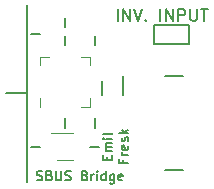
<source format=gbr>
G04 #@! TF.GenerationSoftware,KiCad,Pcbnew,5.1.0-060a0da~80~ubuntu18.04.1*
G04 #@! TF.CreationDate,2019-04-03T19:32:02+02:00*
G04 #@! TF.ProjectId,mav_sbus_bridge,6d61765f-7362-4757-935f-627269646765,rev?*
G04 #@! TF.SameCoordinates,Original*
G04 #@! TF.FileFunction,Legend,Top*
G04 #@! TF.FilePolarity,Positive*
%FSLAX46Y46*%
G04 Gerber Fmt 4.6, Leading zero omitted, Abs format (unit mm)*
G04 Created by KiCad (PCBNEW 5.1.0-060a0da~80~ubuntu18.04.1) date 2019-04-03 19:32:02*
%MOMM*%
%LPD*%
G04 APERTURE LIST*
%ADD10C,0.150000*%
%ADD11C,0.200000*%
%ADD12C,0.120000*%
%ADD13O,1.050000X1.350000*%
%ADD14C,0.100000*%
%ADD15C,0.500000*%
%ADD16C,1.600000*%
%ADD17O,1.650000X1.100000*%
%ADD18C,0.400000*%
%ADD19C,2.200000*%
%ADD20R,0.750000X0.500000*%
%ADD21C,0.800000*%
%ADD22R,1.000000X1.000000*%
%ADD23R,1.100000X1.100000*%
%ADD24C,1.800000*%
%ADD25R,1.800000X1.800000*%
G04 APERTURE END LIST*
D10*
X150067857Y-111104761D02*
X150067857Y-110838095D01*
X150486904Y-110723809D02*
X150486904Y-111104761D01*
X149686904Y-111104761D01*
X149686904Y-110723809D01*
X150486904Y-110380952D02*
X149953571Y-110380952D01*
X150029761Y-110380952D02*
X149991666Y-110342857D01*
X149953571Y-110266666D01*
X149953571Y-110152380D01*
X149991666Y-110076190D01*
X150067857Y-110038095D01*
X150486904Y-110038095D01*
X150067857Y-110038095D02*
X149991666Y-110000000D01*
X149953571Y-109923809D01*
X149953571Y-109809523D01*
X149991666Y-109733333D01*
X150067857Y-109695238D01*
X150486904Y-109695238D01*
X150486904Y-109314285D02*
X149953571Y-109314285D01*
X149686904Y-109314285D02*
X149725000Y-109352380D01*
X149763095Y-109314285D01*
X149725000Y-109276190D01*
X149686904Y-109314285D01*
X149763095Y-109314285D01*
X150486904Y-108819047D02*
X150448809Y-108895238D01*
X150372619Y-108933333D01*
X149686904Y-108933333D01*
X151417857Y-111123809D02*
X151417857Y-111390476D01*
X151836904Y-111390476D02*
X151036904Y-111390476D01*
X151036904Y-111009523D01*
X151836904Y-110704761D02*
X151303571Y-110704761D01*
X151455952Y-110704761D02*
X151379761Y-110666666D01*
X151341666Y-110628571D01*
X151303571Y-110552380D01*
X151303571Y-110476190D01*
X151798809Y-109904761D02*
X151836904Y-109980952D01*
X151836904Y-110133333D01*
X151798809Y-110209523D01*
X151722619Y-110247619D01*
X151417857Y-110247619D01*
X151341666Y-110209523D01*
X151303571Y-110133333D01*
X151303571Y-109980952D01*
X151341666Y-109904761D01*
X151417857Y-109866666D01*
X151494047Y-109866666D01*
X151570238Y-110247619D01*
X151798809Y-109561904D02*
X151836904Y-109485714D01*
X151836904Y-109333333D01*
X151798809Y-109257142D01*
X151722619Y-109219047D01*
X151684523Y-109219047D01*
X151608333Y-109257142D01*
X151570238Y-109333333D01*
X151570238Y-109447619D01*
X151532142Y-109523809D01*
X151455952Y-109561904D01*
X151417857Y-109561904D01*
X151341666Y-109523809D01*
X151303571Y-109447619D01*
X151303571Y-109333333D01*
X151341666Y-109257142D01*
X151836904Y-108876190D02*
X151036904Y-108876190D01*
X151532142Y-108800000D02*
X151836904Y-108571428D01*
X151303571Y-108571428D02*
X151608333Y-108876190D01*
X144111904Y-112823809D02*
X144226190Y-112861904D01*
X144416666Y-112861904D01*
X144492857Y-112823809D01*
X144530952Y-112785714D01*
X144569047Y-112709523D01*
X144569047Y-112633333D01*
X144530952Y-112557142D01*
X144492857Y-112519047D01*
X144416666Y-112480952D01*
X144264285Y-112442857D01*
X144188095Y-112404761D01*
X144150000Y-112366666D01*
X144111904Y-112290476D01*
X144111904Y-112214285D01*
X144150000Y-112138095D01*
X144188095Y-112100000D01*
X144264285Y-112061904D01*
X144454761Y-112061904D01*
X144569047Y-112100000D01*
X145178571Y-112442857D02*
X145292857Y-112480952D01*
X145330952Y-112519047D01*
X145369047Y-112595238D01*
X145369047Y-112709523D01*
X145330952Y-112785714D01*
X145292857Y-112823809D01*
X145216666Y-112861904D01*
X144911904Y-112861904D01*
X144911904Y-112061904D01*
X145178571Y-112061904D01*
X145254761Y-112100000D01*
X145292857Y-112138095D01*
X145330952Y-112214285D01*
X145330952Y-112290476D01*
X145292857Y-112366666D01*
X145254761Y-112404761D01*
X145178571Y-112442857D01*
X144911904Y-112442857D01*
X145711904Y-112061904D02*
X145711904Y-112709523D01*
X145750000Y-112785714D01*
X145788095Y-112823809D01*
X145864285Y-112861904D01*
X146016666Y-112861904D01*
X146092857Y-112823809D01*
X146130952Y-112785714D01*
X146169047Y-112709523D01*
X146169047Y-112061904D01*
X146511904Y-112823809D02*
X146626190Y-112861904D01*
X146816666Y-112861904D01*
X146892857Y-112823809D01*
X146930952Y-112785714D01*
X146969047Y-112709523D01*
X146969047Y-112633333D01*
X146930952Y-112557142D01*
X146892857Y-112519047D01*
X146816666Y-112480952D01*
X146664285Y-112442857D01*
X146588095Y-112404761D01*
X146550000Y-112366666D01*
X146511904Y-112290476D01*
X146511904Y-112214285D01*
X146550000Y-112138095D01*
X146588095Y-112100000D01*
X146664285Y-112061904D01*
X146854761Y-112061904D01*
X146969047Y-112100000D01*
X148188095Y-112442857D02*
X148302380Y-112480952D01*
X148340476Y-112519047D01*
X148378571Y-112595238D01*
X148378571Y-112709523D01*
X148340476Y-112785714D01*
X148302380Y-112823809D01*
X148226190Y-112861904D01*
X147921428Y-112861904D01*
X147921428Y-112061904D01*
X148188095Y-112061904D01*
X148264285Y-112100000D01*
X148302380Y-112138095D01*
X148340476Y-112214285D01*
X148340476Y-112290476D01*
X148302380Y-112366666D01*
X148264285Y-112404761D01*
X148188095Y-112442857D01*
X147921428Y-112442857D01*
X148721428Y-112861904D02*
X148721428Y-112328571D01*
X148721428Y-112480952D02*
X148759523Y-112404761D01*
X148797619Y-112366666D01*
X148873809Y-112328571D01*
X148950000Y-112328571D01*
X149216666Y-112861904D02*
X149216666Y-112328571D01*
X149216666Y-112061904D02*
X149178571Y-112100000D01*
X149216666Y-112138095D01*
X149254761Y-112100000D01*
X149216666Y-112061904D01*
X149216666Y-112138095D01*
X149940476Y-112861904D02*
X149940476Y-112061904D01*
X149940476Y-112823809D02*
X149864285Y-112861904D01*
X149711904Y-112861904D01*
X149635714Y-112823809D01*
X149597619Y-112785714D01*
X149559523Y-112709523D01*
X149559523Y-112480952D01*
X149597619Y-112404761D01*
X149635714Y-112366666D01*
X149711904Y-112328571D01*
X149864285Y-112328571D01*
X149940476Y-112366666D01*
X150664285Y-112328571D02*
X150664285Y-112976190D01*
X150626190Y-113052380D01*
X150588095Y-113090476D01*
X150511904Y-113128571D01*
X150397619Y-113128571D01*
X150321428Y-113090476D01*
X150664285Y-112823809D02*
X150588095Y-112861904D01*
X150435714Y-112861904D01*
X150359523Y-112823809D01*
X150321428Y-112785714D01*
X150283333Y-112709523D01*
X150283333Y-112480952D01*
X150321428Y-112404761D01*
X150359523Y-112366666D01*
X150435714Y-112328571D01*
X150588095Y-112328571D01*
X150664285Y-112366666D01*
X151350000Y-112823809D02*
X151273809Y-112861904D01*
X151121428Y-112861904D01*
X151045238Y-112823809D01*
X151007142Y-112747619D01*
X151007142Y-112442857D01*
X151045238Y-112366666D01*
X151121428Y-112328571D01*
X151273809Y-112328571D01*
X151350000Y-112366666D01*
X151388095Y-112442857D01*
X151388095Y-112519047D01*
X151007142Y-112595238D01*
X143250000Y-105500000D02*
X143250000Y-113000000D01*
X143250000Y-105500000D02*
X141500000Y-105500000D01*
X143250000Y-98000000D02*
X143250000Y-105500000D01*
D11*
X150961904Y-99352380D02*
X150961904Y-98352380D01*
X151438095Y-99352380D02*
X151438095Y-98352380D01*
X152009523Y-99352380D01*
X152009523Y-98352380D01*
X152342857Y-98352380D02*
X152676190Y-99352380D01*
X153009523Y-98352380D01*
X153342857Y-99257142D02*
X153390476Y-99304761D01*
X153342857Y-99352380D01*
X153295238Y-99304761D01*
X153342857Y-99257142D01*
X153342857Y-99352380D01*
X154580952Y-99352380D02*
X154580952Y-98352380D01*
X155057142Y-99352380D02*
X155057142Y-98352380D01*
X155628571Y-99352380D01*
X155628571Y-98352380D01*
X156104761Y-99352380D02*
X156104761Y-98352380D01*
X156485714Y-98352380D01*
X156580952Y-98400000D01*
X156628571Y-98447619D01*
X156676190Y-98542857D01*
X156676190Y-98685714D01*
X156628571Y-98780952D01*
X156580952Y-98828571D01*
X156485714Y-98876190D01*
X156104761Y-98876190D01*
X157104761Y-98352380D02*
X157104761Y-99161904D01*
X157152380Y-99257142D01*
X157200000Y-99304761D01*
X157295238Y-99352380D01*
X157485714Y-99352380D01*
X157580952Y-99304761D01*
X157628571Y-99257142D01*
X157676190Y-99161904D01*
X157676190Y-98352380D01*
X158009523Y-98352380D02*
X158580952Y-98352380D01*
X158295238Y-99352380D02*
X158295238Y-98352380D01*
D10*
X154000000Y-101300000D02*
X154000000Y-99700000D01*
X157000000Y-101300000D02*
X154000000Y-101300000D01*
X157000000Y-99700000D02*
X157000000Y-101300000D01*
X154000000Y-99700000D02*
X157000000Y-99700000D01*
X155000000Y-112000000D02*
X156500000Y-112000000D01*
X155000000Y-104000000D02*
X156500000Y-104000000D01*
D12*
X144390000Y-105885000D02*
X144390000Y-106610000D01*
X148610000Y-102390000D02*
X147885000Y-102390000D01*
X148610000Y-103115000D02*
X148610000Y-102390000D01*
X148610000Y-106610000D02*
X147885000Y-106610000D01*
X148610000Y-105885000D02*
X148610000Y-106610000D01*
X144390000Y-102390000D02*
X145115000Y-102390000D01*
X144390000Y-103115000D02*
X144390000Y-102390000D01*
D10*
X149600000Y-105600000D02*
X149600000Y-104400000D01*
X151400000Y-104000000D02*
X151400000Y-105600000D01*
D12*
X145800000Y-111160000D02*
X147200000Y-111160000D01*
X147200000Y-108840000D02*
X145300000Y-108840000D01*
D11*
X148600000Y-110000000D02*
X149400000Y-110000000D01*
X146500000Y-107600000D02*
X146500000Y-108400000D01*
X143600000Y-100500000D02*
X144400000Y-100500000D01*
X144400000Y-110000000D02*
X143600000Y-110000000D01*
X149000000Y-100600000D02*
X149000000Y-101400000D01*
X146500000Y-101400000D02*
X146500000Y-100600000D01*
X146500000Y-99900000D02*
X146500000Y-99100000D01*
X149000000Y-108400000D02*
X149000000Y-107600000D01*
%LPC*%
D13*
X155300000Y-110500000D03*
X155300000Y-105500000D03*
D14*
G36*
X155912252Y-109050602D02*
G01*
X155924386Y-109052402D01*
X155936286Y-109055382D01*
X155947835Y-109059515D01*
X155958925Y-109064760D01*
X155969446Y-109071066D01*
X155979299Y-109078374D01*
X155988388Y-109086612D01*
X155996626Y-109095701D01*
X156003934Y-109105554D01*
X156010240Y-109116075D01*
X156015485Y-109127165D01*
X156019618Y-109138714D01*
X156022598Y-109150614D01*
X156024398Y-109162748D01*
X156025000Y-109175000D01*
X156025000Y-109425000D01*
X156024398Y-109437252D01*
X156022598Y-109449386D01*
X156019618Y-109461286D01*
X156015485Y-109472835D01*
X156010240Y-109483925D01*
X156003934Y-109494446D01*
X155996626Y-109504299D01*
X155988388Y-109513388D01*
X155979299Y-109521626D01*
X155969446Y-109528934D01*
X155958925Y-109535240D01*
X155947835Y-109540485D01*
X155936286Y-109544618D01*
X155924386Y-109547598D01*
X155912252Y-109549398D01*
X155900000Y-109550000D01*
X154700000Y-109550000D01*
X154687748Y-109549398D01*
X154675614Y-109547598D01*
X154663714Y-109544618D01*
X154652165Y-109540485D01*
X154641075Y-109535240D01*
X154630554Y-109528934D01*
X154620701Y-109521626D01*
X154611612Y-109513388D01*
X154603374Y-109504299D01*
X154596066Y-109494446D01*
X154589760Y-109483925D01*
X154584515Y-109472835D01*
X154580382Y-109461286D01*
X154577402Y-109449386D01*
X154575602Y-109437252D01*
X154575000Y-109425000D01*
X154575000Y-109175000D01*
X154575602Y-109162748D01*
X154577402Y-109150614D01*
X154580382Y-109138714D01*
X154584515Y-109127165D01*
X154589760Y-109116075D01*
X154596066Y-109105554D01*
X154603374Y-109095701D01*
X154611612Y-109086612D01*
X154620701Y-109078374D01*
X154630554Y-109071066D01*
X154641075Y-109064760D01*
X154652165Y-109059515D01*
X154663714Y-109055382D01*
X154675614Y-109052402D01*
X154687748Y-109050602D01*
X154700000Y-109050000D01*
X155900000Y-109050000D01*
X155912252Y-109050602D01*
X155912252Y-109050602D01*
G37*
D15*
X155300000Y-109300000D03*
D14*
G36*
X155912252Y-108400602D02*
G01*
X155924386Y-108402402D01*
X155936286Y-108405382D01*
X155947835Y-108409515D01*
X155958925Y-108414760D01*
X155969446Y-108421066D01*
X155979299Y-108428374D01*
X155988388Y-108436612D01*
X155996626Y-108445701D01*
X156003934Y-108455554D01*
X156010240Y-108466075D01*
X156015485Y-108477165D01*
X156019618Y-108488714D01*
X156022598Y-108500614D01*
X156024398Y-108512748D01*
X156025000Y-108525000D01*
X156025000Y-108775000D01*
X156024398Y-108787252D01*
X156022598Y-108799386D01*
X156019618Y-108811286D01*
X156015485Y-108822835D01*
X156010240Y-108833925D01*
X156003934Y-108844446D01*
X155996626Y-108854299D01*
X155988388Y-108863388D01*
X155979299Y-108871626D01*
X155969446Y-108878934D01*
X155958925Y-108885240D01*
X155947835Y-108890485D01*
X155936286Y-108894618D01*
X155924386Y-108897598D01*
X155912252Y-108899398D01*
X155900000Y-108900000D01*
X154700000Y-108900000D01*
X154687748Y-108899398D01*
X154675614Y-108897598D01*
X154663714Y-108894618D01*
X154652165Y-108890485D01*
X154641075Y-108885240D01*
X154630554Y-108878934D01*
X154620701Y-108871626D01*
X154611612Y-108863388D01*
X154603374Y-108854299D01*
X154596066Y-108844446D01*
X154589760Y-108833925D01*
X154584515Y-108822835D01*
X154580382Y-108811286D01*
X154577402Y-108799386D01*
X154575602Y-108787252D01*
X154575000Y-108775000D01*
X154575000Y-108525000D01*
X154575602Y-108512748D01*
X154577402Y-108500614D01*
X154580382Y-108488714D01*
X154584515Y-108477165D01*
X154589760Y-108466075D01*
X154596066Y-108455554D01*
X154603374Y-108445701D01*
X154611612Y-108436612D01*
X154620701Y-108428374D01*
X154630554Y-108421066D01*
X154641075Y-108414760D01*
X154652165Y-108409515D01*
X154663714Y-108405382D01*
X154675614Y-108402402D01*
X154687748Y-108400602D01*
X154700000Y-108400000D01*
X155900000Y-108400000D01*
X155912252Y-108400602D01*
X155912252Y-108400602D01*
G37*
D15*
X155300000Y-108650000D03*
D14*
G36*
X155912252Y-107750602D02*
G01*
X155924386Y-107752402D01*
X155936286Y-107755382D01*
X155947835Y-107759515D01*
X155958925Y-107764760D01*
X155969446Y-107771066D01*
X155979299Y-107778374D01*
X155988388Y-107786612D01*
X155996626Y-107795701D01*
X156003934Y-107805554D01*
X156010240Y-107816075D01*
X156015485Y-107827165D01*
X156019618Y-107838714D01*
X156022598Y-107850614D01*
X156024398Y-107862748D01*
X156025000Y-107875000D01*
X156025000Y-108125000D01*
X156024398Y-108137252D01*
X156022598Y-108149386D01*
X156019618Y-108161286D01*
X156015485Y-108172835D01*
X156010240Y-108183925D01*
X156003934Y-108194446D01*
X155996626Y-108204299D01*
X155988388Y-108213388D01*
X155979299Y-108221626D01*
X155969446Y-108228934D01*
X155958925Y-108235240D01*
X155947835Y-108240485D01*
X155936286Y-108244618D01*
X155924386Y-108247598D01*
X155912252Y-108249398D01*
X155900000Y-108250000D01*
X154700000Y-108250000D01*
X154687748Y-108249398D01*
X154675614Y-108247598D01*
X154663714Y-108244618D01*
X154652165Y-108240485D01*
X154641075Y-108235240D01*
X154630554Y-108228934D01*
X154620701Y-108221626D01*
X154611612Y-108213388D01*
X154603374Y-108204299D01*
X154596066Y-108194446D01*
X154589760Y-108183925D01*
X154584515Y-108172835D01*
X154580382Y-108161286D01*
X154577402Y-108149386D01*
X154575602Y-108137252D01*
X154575000Y-108125000D01*
X154575000Y-107875000D01*
X154575602Y-107862748D01*
X154577402Y-107850614D01*
X154580382Y-107838714D01*
X154584515Y-107827165D01*
X154589760Y-107816075D01*
X154596066Y-107805554D01*
X154603374Y-107795701D01*
X154611612Y-107786612D01*
X154620701Y-107778374D01*
X154630554Y-107771066D01*
X154641075Y-107764760D01*
X154652165Y-107759515D01*
X154663714Y-107755382D01*
X154675614Y-107752402D01*
X154687748Y-107750602D01*
X154700000Y-107750000D01*
X155900000Y-107750000D01*
X155912252Y-107750602D01*
X155912252Y-107750602D01*
G37*
D15*
X155300000Y-108000000D03*
D14*
G36*
X155912252Y-107100602D02*
G01*
X155924386Y-107102402D01*
X155936286Y-107105382D01*
X155947835Y-107109515D01*
X155958925Y-107114760D01*
X155969446Y-107121066D01*
X155979299Y-107128374D01*
X155988388Y-107136612D01*
X155996626Y-107145701D01*
X156003934Y-107155554D01*
X156010240Y-107166075D01*
X156015485Y-107177165D01*
X156019618Y-107188714D01*
X156022598Y-107200614D01*
X156024398Y-107212748D01*
X156025000Y-107225000D01*
X156025000Y-107475000D01*
X156024398Y-107487252D01*
X156022598Y-107499386D01*
X156019618Y-107511286D01*
X156015485Y-107522835D01*
X156010240Y-107533925D01*
X156003934Y-107544446D01*
X155996626Y-107554299D01*
X155988388Y-107563388D01*
X155979299Y-107571626D01*
X155969446Y-107578934D01*
X155958925Y-107585240D01*
X155947835Y-107590485D01*
X155936286Y-107594618D01*
X155924386Y-107597598D01*
X155912252Y-107599398D01*
X155900000Y-107600000D01*
X154700000Y-107600000D01*
X154687748Y-107599398D01*
X154675614Y-107597598D01*
X154663714Y-107594618D01*
X154652165Y-107590485D01*
X154641075Y-107585240D01*
X154630554Y-107578934D01*
X154620701Y-107571626D01*
X154611612Y-107563388D01*
X154603374Y-107554299D01*
X154596066Y-107544446D01*
X154589760Y-107533925D01*
X154584515Y-107522835D01*
X154580382Y-107511286D01*
X154577402Y-107499386D01*
X154575602Y-107487252D01*
X154575000Y-107475000D01*
X154575000Y-107225000D01*
X154575602Y-107212748D01*
X154577402Y-107200614D01*
X154580382Y-107188714D01*
X154584515Y-107177165D01*
X154589760Y-107166075D01*
X154596066Y-107155554D01*
X154603374Y-107145701D01*
X154611612Y-107136612D01*
X154620701Y-107128374D01*
X154630554Y-107121066D01*
X154641075Y-107114760D01*
X154652165Y-107109515D01*
X154663714Y-107105382D01*
X154675614Y-107102402D01*
X154687748Y-107100602D01*
X154700000Y-107100000D01*
X155900000Y-107100000D01*
X155912252Y-107100602D01*
X155912252Y-107100602D01*
G37*
D15*
X155300000Y-107350000D03*
D14*
G36*
X155912252Y-106450602D02*
G01*
X155924386Y-106452402D01*
X155936286Y-106455382D01*
X155947835Y-106459515D01*
X155958925Y-106464760D01*
X155969446Y-106471066D01*
X155979299Y-106478374D01*
X155988388Y-106486612D01*
X155996626Y-106495701D01*
X156003934Y-106505554D01*
X156010240Y-106516075D01*
X156015485Y-106527165D01*
X156019618Y-106538714D01*
X156022598Y-106550614D01*
X156024398Y-106562748D01*
X156025000Y-106575000D01*
X156025000Y-106825000D01*
X156024398Y-106837252D01*
X156022598Y-106849386D01*
X156019618Y-106861286D01*
X156015485Y-106872835D01*
X156010240Y-106883925D01*
X156003934Y-106894446D01*
X155996626Y-106904299D01*
X155988388Y-106913388D01*
X155979299Y-106921626D01*
X155969446Y-106928934D01*
X155958925Y-106935240D01*
X155947835Y-106940485D01*
X155936286Y-106944618D01*
X155924386Y-106947598D01*
X155912252Y-106949398D01*
X155900000Y-106950000D01*
X154700000Y-106950000D01*
X154687748Y-106949398D01*
X154675614Y-106947598D01*
X154663714Y-106944618D01*
X154652165Y-106940485D01*
X154641075Y-106935240D01*
X154630554Y-106928934D01*
X154620701Y-106921626D01*
X154611612Y-106913388D01*
X154603374Y-106904299D01*
X154596066Y-106894446D01*
X154589760Y-106883925D01*
X154584515Y-106872835D01*
X154580382Y-106861286D01*
X154577402Y-106849386D01*
X154575602Y-106837252D01*
X154575000Y-106825000D01*
X154575000Y-106575000D01*
X154575602Y-106562748D01*
X154577402Y-106550614D01*
X154580382Y-106538714D01*
X154584515Y-106527165D01*
X154589760Y-106516075D01*
X154596066Y-106505554D01*
X154603374Y-106495701D01*
X154611612Y-106486612D01*
X154620701Y-106478374D01*
X154630554Y-106471066D01*
X154641075Y-106464760D01*
X154652165Y-106459515D01*
X154663714Y-106455382D01*
X154675614Y-106452402D01*
X154687748Y-106450602D01*
X154700000Y-106450000D01*
X155900000Y-106450000D01*
X155912252Y-106450602D01*
X155912252Y-106450602D01*
G37*
D15*
X155300000Y-106700000D03*
D14*
G36*
X158655683Y-106200770D02*
G01*
X158671214Y-106203074D01*
X158686446Y-106206890D01*
X158701229Y-106212179D01*
X158715423Y-106218893D01*
X158728891Y-106226965D01*
X158741503Y-106236318D01*
X158753137Y-106246863D01*
X158763682Y-106258497D01*
X158773035Y-106271109D01*
X158781107Y-106284577D01*
X158787821Y-106298771D01*
X158793110Y-106313554D01*
X158796926Y-106328786D01*
X158799230Y-106344317D01*
X158800000Y-106360000D01*
X158800000Y-107640000D01*
X158799230Y-107655683D01*
X158796926Y-107671214D01*
X158793110Y-107686446D01*
X158787821Y-107701229D01*
X158781107Y-107715423D01*
X158773035Y-107728891D01*
X158763682Y-107741503D01*
X158753137Y-107753137D01*
X158741503Y-107763682D01*
X158728891Y-107773035D01*
X158715423Y-107781107D01*
X158701229Y-107787821D01*
X158686446Y-107793110D01*
X158671214Y-107796926D01*
X158655683Y-107799230D01*
X158640000Y-107800000D01*
X157360000Y-107800000D01*
X157344317Y-107799230D01*
X157328786Y-107796926D01*
X157313554Y-107793110D01*
X157298771Y-107787821D01*
X157284577Y-107781107D01*
X157271109Y-107773035D01*
X157258497Y-107763682D01*
X157246863Y-107753137D01*
X157236318Y-107741503D01*
X157226965Y-107728891D01*
X157218893Y-107715423D01*
X157212179Y-107701229D01*
X157206890Y-107686446D01*
X157203074Y-107671214D01*
X157200770Y-107655683D01*
X157200000Y-107640000D01*
X157200000Y-106360000D01*
X157200770Y-106344317D01*
X157203074Y-106328786D01*
X157206890Y-106313554D01*
X157212179Y-106298771D01*
X157218893Y-106284577D01*
X157226965Y-106271109D01*
X157236318Y-106258497D01*
X157246863Y-106246863D01*
X157258497Y-106236318D01*
X157271109Y-106226965D01*
X157284577Y-106218893D01*
X157298771Y-106212179D01*
X157313554Y-106206890D01*
X157328786Y-106203074D01*
X157344317Y-106200770D01*
X157360000Y-106200000D01*
X158640000Y-106200000D01*
X158655683Y-106200770D01*
X158655683Y-106200770D01*
G37*
D16*
X158000000Y-107000000D03*
D14*
G36*
X158655683Y-108200770D02*
G01*
X158671214Y-108203074D01*
X158686446Y-108206890D01*
X158701229Y-108212179D01*
X158715423Y-108218893D01*
X158728891Y-108226965D01*
X158741503Y-108236318D01*
X158753137Y-108246863D01*
X158763682Y-108258497D01*
X158773035Y-108271109D01*
X158781107Y-108284577D01*
X158787821Y-108298771D01*
X158793110Y-108313554D01*
X158796926Y-108328786D01*
X158799230Y-108344317D01*
X158800000Y-108360000D01*
X158800000Y-109640000D01*
X158799230Y-109655683D01*
X158796926Y-109671214D01*
X158793110Y-109686446D01*
X158787821Y-109701229D01*
X158781107Y-109715423D01*
X158773035Y-109728891D01*
X158763682Y-109741503D01*
X158753137Y-109753137D01*
X158741503Y-109763682D01*
X158728891Y-109773035D01*
X158715423Y-109781107D01*
X158701229Y-109787821D01*
X158686446Y-109793110D01*
X158671214Y-109796926D01*
X158655683Y-109799230D01*
X158640000Y-109800000D01*
X157360000Y-109800000D01*
X157344317Y-109799230D01*
X157328786Y-109796926D01*
X157313554Y-109793110D01*
X157298771Y-109787821D01*
X157284577Y-109781107D01*
X157271109Y-109773035D01*
X157258497Y-109763682D01*
X157246863Y-109753137D01*
X157236318Y-109741503D01*
X157226965Y-109728891D01*
X157218893Y-109715423D01*
X157212179Y-109701229D01*
X157206890Y-109686446D01*
X157203074Y-109671214D01*
X157200770Y-109655683D01*
X157200000Y-109640000D01*
X157200000Y-108360000D01*
X157200770Y-108344317D01*
X157203074Y-108328786D01*
X157206890Y-108313554D01*
X157212179Y-108298771D01*
X157218893Y-108284577D01*
X157226965Y-108271109D01*
X157236318Y-108258497D01*
X157246863Y-108246863D01*
X157258497Y-108236318D01*
X157271109Y-108226965D01*
X157284577Y-108218893D01*
X157298771Y-108212179D01*
X157313554Y-108206890D01*
X157328786Y-108203074D01*
X157344317Y-108200770D01*
X157360000Y-108200000D01*
X158640000Y-108200000D01*
X158655683Y-108200770D01*
X158655683Y-108200770D01*
G37*
D16*
X158000000Y-109000000D03*
D17*
X158000000Y-104500000D03*
X158000000Y-111500000D03*
D14*
G36*
X158655683Y-104200770D02*
G01*
X158671214Y-104203074D01*
X158686446Y-104206890D01*
X158701229Y-104212179D01*
X158715423Y-104218893D01*
X158728891Y-104226965D01*
X158741503Y-104236318D01*
X158753137Y-104246863D01*
X158763682Y-104258497D01*
X158773035Y-104271109D01*
X158781107Y-104284577D01*
X158787821Y-104298771D01*
X158793110Y-104313554D01*
X158796926Y-104328786D01*
X158799230Y-104344317D01*
X158800000Y-104360000D01*
X158800000Y-105640000D01*
X158799230Y-105655683D01*
X158796926Y-105671214D01*
X158793110Y-105686446D01*
X158787821Y-105701229D01*
X158781107Y-105715423D01*
X158773035Y-105728891D01*
X158763682Y-105741503D01*
X158753137Y-105753137D01*
X158741503Y-105763682D01*
X158728891Y-105773035D01*
X158715423Y-105781107D01*
X158701229Y-105787821D01*
X158686446Y-105793110D01*
X158671214Y-105796926D01*
X158655683Y-105799230D01*
X158640000Y-105800000D01*
X157360000Y-105800000D01*
X157344317Y-105799230D01*
X157328786Y-105796926D01*
X157313554Y-105793110D01*
X157298771Y-105787821D01*
X157284577Y-105781107D01*
X157271109Y-105773035D01*
X157258497Y-105763682D01*
X157246863Y-105753137D01*
X157236318Y-105741503D01*
X157226965Y-105728891D01*
X157218893Y-105715423D01*
X157212179Y-105701229D01*
X157206890Y-105686446D01*
X157203074Y-105671214D01*
X157200770Y-105655683D01*
X157200000Y-105640000D01*
X157200000Y-104360000D01*
X157200770Y-104344317D01*
X157203074Y-104328786D01*
X157206890Y-104313554D01*
X157212179Y-104298771D01*
X157218893Y-104284577D01*
X157226965Y-104271109D01*
X157236318Y-104258497D01*
X157246863Y-104246863D01*
X157258497Y-104236318D01*
X157271109Y-104226965D01*
X157284577Y-104218893D01*
X157298771Y-104212179D01*
X157313554Y-104206890D01*
X157328786Y-104203074D01*
X157344317Y-104200770D01*
X157360000Y-104200000D01*
X158640000Y-104200000D01*
X158655683Y-104200770D01*
X158655683Y-104200770D01*
G37*
D16*
X158000000Y-105000000D03*
D14*
G36*
X158655683Y-110200770D02*
G01*
X158671214Y-110203074D01*
X158686446Y-110206890D01*
X158701229Y-110212179D01*
X158715423Y-110218893D01*
X158728891Y-110226965D01*
X158741503Y-110236318D01*
X158753137Y-110246863D01*
X158763682Y-110258497D01*
X158773035Y-110271109D01*
X158781107Y-110284577D01*
X158787821Y-110298771D01*
X158793110Y-110313554D01*
X158796926Y-110328786D01*
X158799230Y-110344317D01*
X158800000Y-110360000D01*
X158800000Y-111640000D01*
X158799230Y-111655683D01*
X158796926Y-111671214D01*
X158793110Y-111686446D01*
X158787821Y-111701229D01*
X158781107Y-111715423D01*
X158773035Y-111728891D01*
X158763682Y-111741503D01*
X158753137Y-111753137D01*
X158741503Y-111763682D01*
X158728891Y-111773035D01*
X158715423Y-111781107D01*
X158701229Y-111787821D01*
X158686446Y-111793110D01*
X158671214Y-111796926D01*
X158655683Y-111799230D01*
X158640000Y-111800000D01*
X157360000Y-111800000D01*
X157344317Y-111799230D01*
X157328786Y-111796926D01*
X157313554Y-111793110D01*
X157298771Y-111787821D01*
X157284577Y-111781107D01*
X157271109Y-111773035D01*
X157258497Y-111763682D01*
X157246863Y-111753137D01*
X157236318Y-111741503D01*
X157226965Y-111728891D01*
X157218893Y-111715423D01*
X157212179Y-111701229D01*
X157206890Y-111686446D01*
X157203074Y-111671214D01*
X157200770Y-111655683D01*
X157200000Y-111640000D01*
X157200000Y-110360000D01*
X157200770Y-110344317D01*
X157203074Y-110328786D01*
X157206890Y-110313554D01*
X157212179Y-110298771D01*
X157218893Y-110284577D01*
X157226965Y-110271109D01*
X157236318Y-110258497D01*
X157246863Y-110246863D01*
X157258497Y-110236318D01*
X157271109Y-110226965D01*
X157284577Y-110218893D01*
X157298771Y-110212179D01*
X157313554Y-110206890D01*
X157328786Y-110203074D01*
X157344317Y-110200770D01*
X157360000Y-110200000D01*
X158640000Y-110200000D01*
X158655683Y-110200770D01*
X158655683Y-110200770D01*
G37*
D16*
X158000000Y-111000000D03*
D14*
G36*
X144934802Y-105275482D02*
G01*
X144944509Y-105276921D01*
X144954028Y-105279306D01*
X144963268Y-105282612D01*
X144972140Y-105286808D01*
X144980557Y-105291853D01*
X144988439Y-105297699D01*
X144995711Y-105304289D01*
X145002301Y-105311561D01*
X145008147Y-105319443D01*
X145013192Y-105327860D01*
X145017388Y-105336732D01*
X145020694Y-105345972D01*
X145023079Y-105355491D01*
X145024518Y-105365198D01*
X145025000Y-105375000D01*
X145025000Y-105575000D01*
X145024518Y-105584802D01*
X145023079Y-105594509D01*
X145020694Y-105604028D01*
X145017388Y-105613268D01*
X145013192Y-105622140D01*
X145008147Y-105630557D01*
X145002301Y-105638439D01*
X144995711Y-105645711D01*
X144988439Y-105652301D01*
X144980557Y-105658147D01*
X144972140Y-105663192D01*
X144963268Y-105667388D01*
X144954028Y-105670694D01*
X144944509Y-105673079D01*
X144934802Y-105674518D01*
X144925000Y-105675000D01*
X144175000Y-105675000D01*
X144165198Y-105674518D01*
X144155491Y-105673079D01*
X144145972Y-105670694D01*
X144136732Y-105667388D01*
X144127860Y-105663192D01*
X144119443Y-105658147D01*
X144111561Y-105652301D01*
X144104289Y-105645711D01*
X144097699Y-105638439D01*
X144091853Y-105630557D01*
X144086808Y-105622140D01*
X144082612Y-105613268D01*
X144079306Y-105604028D01*
X144076921Y-105594509D01*
X144075482Y-105584802D01*
X144075000Y-105575000D01*
X144075000Y-105375000D01*
X144075482Y-105365198D01*
X144076921Y-105355491D01*
X144079306Y-105345972D01*
X144082612Y-105336732D01*
X144086808Y-105327860D01*
X144091853Y-105319443D01*
X144097699Y-105311561D01*
X144104289Y-105304289D01*
X144111561Y-105297699D01*
X144119443Y-105291853D01*
X144127860Y-105286808D01*
X144136732Y-105282612D01*
X144145972Y-105279306D01*
X144155491Y-105276921D01*
X144165198Y-105275482D01*
X144175000Y-105275000D01*
X144925000Y-105275000D01*
X144934802Y-105275482D01*
X144934802Y-105275482D01*
G37*
D18*
X144550000Y-105475000D03*
D14*
G36*
X144934802Y-104625482D02*
G01*
X144944509Y-104626921D01*
X144954028Y-104629306D01*
X144963268Y-104632612D01*
X144972140Y-104636808D01*
X144980557Y-104641853D01*
X144988439Y-104647699D01*
X144995711Y-104654289D01*
X145002301Y-104661561D01*
X145008147Y-104669443D01*
X145013192Y-104677860D01*
X145017388Y-104686732D01*
X145020694Y-104695972D01*
X145023079Y-104705491D01*
X145024518Y-104715198D01*
X145025000Y-104725000D01*
X145025000Y-104925000D01*
X145024518Y-104934802D01*
X145023079Y-104944509D01*
X145020694Y-104954028D01*
X145017388Y-104963268D01*
X145013192Y-104972140D01*
X145008147Y-104980557D01*
X145002301Y-104988439D01*
X144995711Y-104995711D01*
X144988439Y-105002301D01*
X144980557Y-105008147D01*
X144972140Y-105013192D01*
X144963268Y-105017388D01*
X144954028Y-105020694D01*
X144944509Y-105023079D01*
X144934802Y-105024518D01*
X144925000Y-105025000D01*
X144175000Y-105025000D01*
X144165198Y-105024518D01*
X144155491Y-105023079D01*
X144145972Y-105020694D01*
X144136732Y-105017388D01*
X144127860Y-105013192D01*
X144119443Y-105008147D01*
X144111561Y-105002301D01*
X144104289Y-104995711D01*
X144097699Y-104988439D01*
X144091853Y-104980557D01*
X144086808Y-104972140D01*
X144082612Y-104963268D01*
X144079306Y-104954028D01*
X144076921Y-104944509D01*
X144075482Y-104934802D01*
X144075000Y-104925000D01*
X144075000Y-104725000D01*
X144075482Y-104715198D01*
X144076921Y-104705491D01*
X144079306Y-104695972D01*
X144082612Y-104686732D01*
X144086808Y-104677860D01*
X144091853Y-104669443D01*
X144097699Y-104661561D01*
X144104289Y-104654289D01*
X144111561Y-104647699D01*
X144119443Y-104641853D01*
X144127860Y-104636808D01*
X144136732Y-104632612D01*
X144145972Y-104629306D01*
X144155491Y-104626921D01*
X144165198Y-104625482D01*
X144175000Y-104625000D01*
X144925000Y-104625000D01*
X144934802Y-104625482D01*
X144934802Y-104625482D01*
G37*
D18*
X144550000Y-104825000D03*
D14*
G36*
X144934802Y-103975482D02*
G01*
X144944509Y-103976921D01*
X144954028Y-103979306D01*
X144963268Y-103982612D01*
X144972140Y-103986808D01*
X144980557Y-103991853D01*
X144988439Y-103997699D01*
X144995711Y-104004289D01*
X145002301Y-104011561D01*
X145008147Y-104019443D01*
X145013192Y-104027860D01*
X145017388Y-104036732D01*
X145020694Y-104045972D01*
X145023079Y-104055491D01*
X145024518Y-104065198D01*
X145025000Y-104075000D01*
X145025000Y-104275000D01*
X145024518Y-104284802D01*
X145023079Y-104294509D01*
X145020694Y-104304028D01*
X145017388Y-104313268D01*
X145013192Y-104322140D01*
X145008147Y-104330557D01*
X145002301Y-104338439D01*
X144995711Y-104345711D01*
X144988439Y-104352301D01*
X144980557Y-104358147D01*
X144972140Y-104363192D01*
X144963268Y-104367388D01*
X144954028Y-104370694D01*
X144944509Y-104373079D01*
X144934802Y-104374518D01*
X144925000Y-104375000D01*
X144175000Y-104375000D01*
X144165198Y-104374518D01*
X144155491Y-104373079D01*
X144145972Y-104370694D01*
X144136732Y-104367388D01*
X144127860Y-104363192D01*
X144119443Y-104358147D01*
X144111561Y-104352301D01*
X144104289Y-104345711D01*
X144097699Y-104338439D01*
X144091853Y-104330557D01*
X144086808Y-104322140D01*
X144082612Y-104313268D01*
X144079306Y-104304028D01*
X144076921Y-104294509D01*
X144075482Y-104284802D01*
X144075000Y-104275000D01*
X144075000Y-104075000D01*
X144075482Y-104065198D01*
X144076921Y-104055491D01*
X144079306Y-104045972D01*
X144082612Y-104036732D01*
X144086808Y-104027860D01*
X144091853Y-104019443D01*
X144097699Y-104011561D01*
X144104289Y-104004289D01*
X144111561Y-103997699D01*
X144119443Y-103991853D01*
X144127860Y-103986808D01*
X144136732Y-103982612D01*
X144145972Y-103979306D01*
X144155491Y-103976921D01*
X144165198Y-103975482D01*
X144175000Y-103975000D01*
X144925000Y-103975000D01*
X144934802Y-103975482D01*
X144934802Y-103975482D01*
G37*
D18*
X144550000Y-104175000D03*
D14*
G36*
X144934802Y-103325482D02*
G01*
X144944509Y-103326921D01*
X144954028Y-103329306D01*
X144963268Y-103332612D01*
X144972140Y-103336808D01*
X144980557Y-103341853D01*
X144988439Y-103347699D01*
X144995711Y-103354289D01*
X145002301Y-103361561D01*
X145008147Y-103369443D01*
X145013192Y-103377860D01*
X145017388Y-103386732D01*
X145020694Y-103395972D01*
X145023079Y-103405491D01*
X145024518Y-103415198D01*
X145025000Y-103425000D01*
X145025000Y-103625000D01*
X145024518Y-103634802D01*
X145023079Y-103644509D01*
X145020694Y-103654028D01*
X145017388Y-103663268D01*
X145013192Y-103672140D01*
X145008147Y-103680557D01*
X145002301Y-103688439D01*
X144995711Y-103695711D01*
X144988439Y-103702301D01*
X144980557Y-103708147D01*
X144972140Y-103713192D01*
X144963268Y-103717388D01*
X144954028Y-103720694D01*
X144944509Y-103723079D01*
X144934802Y-103724518D01*
X144925000Y-103725000D01*
X144175000Y-103725000D01*
X144165198Y-103724518D01*
X144155491Y-103723079D01*
X144145972Y-103720694D01*
X144136732Y-103717388D01*
X144127860Y-103713192D01*
X144119443Y-103708147D01*
X144111561Y-103702301D01*
X144104289Y-103695711D01*
X144097699Y-103688439D01*
X144091853Y-103680557D01*
X144086808Y-103672140D01*
X144082612Y-103663268D01*
X144079306Y-103654028D01*
X144076921Y-103644509D01*
X144075482Y-103634802D01*
X144075000Y-103625000D01*
X144075000Y-103425000D01*
X144075482Y-103415198D01*
X144076921Y-103405491D01*
X144079306Y-103395972D01*
X144082612Y-103386732D01*
X144086808Y-103377860D01*
X144091853Y-103369443D01*
X144097699Y-103361561D01*
X144104289Y-103354289D01*
X144111561Y-103347699D01*
X144119443Y-103341853D01*
X144127860Y-103336808D01*
X144136732Y-103332612D01*
X144145972Y-103329306D01*
X144155491Y-103326921D01*
X144165198Y-103325482D01*
X144175000Y-103325000D01*
X144925000Y-103325000D01*
X144934802Y-103325482D01*
X144934802Y-103325482D01*
G37*
D18*
X144550000Y-103525000D03*
D14*
G36*
X145634802Y-102075482D02*
G01*
X145644509Y-102076921D01*
X145654028Y-102079306D01*
X145663268Y-102082612D01*
X145672140Y-102086808D01*
X145680557Y-102091853D01*
X145688439Y-102097699D01*
X145695711Y-102104289D01*
X145702301Y-102111561D01*
X145708147Y-102119443D01*
X145713192Y-102127860D01*
X145717388Y-102136732D01*
X145720694Y-102145972D01*
X145723079Y-102155491D01*
X145724518Y-102165198D01*
X145725000Y-102175000D01*
X145725000Y-102925000D01*
X145724518Y-102934802D01*
X145723079Y-102944509D01*
X145720694Y-102954028D01*
X145717388Y-102963268D01*
X145713192Y-102972140D01*
X145708147Y-102980557D01*
X145702301Y-102988439D01*
X145695711Y-102995711D01*
X145688439Y-103002301D01*
X145680557Y-103008147D01*
X145672140Y-103013192D01*
X145663268Y-103017388D01*
X145654028Y-103020694D01*
X145644509Y-103023079D01*
X145634802Y-103024518D01*
X145625000Y-103025000D01*
X145425000Y-103025000D01*
X145415198Y-103024518D01*
X145405491Y-103023079D01*
X145395972Y-103020694D01*
X145386732Y-103017388D01*
X145377860Y-103013192D01*
X145369443Y-103008147D01*
X145361561Y-103002301D01*
X145354289Y-102995711D01*
X145347699Y-102988439D01*
X145341853Y-102980557D01*
X145336808Y-102972140D01*
X145332612Y-102963268D01*
X145329306Y-102954028D01*
X145326921Y-102944509D01*
X145325482Y-102934802D01*
X145325000Y-102925000D01*
X145325000Y-102175000D01*
X145325482Y-102165198D01*
X145326921Y-102155491D01*
X145329306Y-102145972D01*
X145332612Y-102136732D01*
X145336808Y-102127860D01*
X145341853Y-102119443D01*
X145347699Y-102111561D01*
X145354289Y-102104289D01*
X145361561Y-102097699D01*
X145369443Y-102091853D01*
X145377860Y-102086808D01*
X145386732Y-102082612D01*
X145395972Y-102079306D01*
X145405491Y-102076921D01*
X145415198Y-102075482D01*
X145425000Y-102075000D01*
X145625000Y-102075000D01*
X145634802Y-102075482D01*
X145634802Y-102075482D01*
G37*
D18*
X145525000Y-102550000D03*
D14*
G36*
X146284802Y-102075482D02*
G01*
X146294509Y-102076921D01*
X146304028Y-102079306D01*
X146313268Y-102082612D01*
X146322140Y-102086808D01*
X146330557Y-102091853D01*
X146338439Y-102097699D01*
X146345711Y-102104289D01*
X146352301Y-102111561D01*
X146358147Y-102119443D01*
X146363192Y-102127860D01*
X146367388Y-102136732D01*
X146370694Y-102145972D01*
X146373079Y-102155491D01*
X146374518Y-102165198D01*
X146375000Y-102175000D01*
X146375000Y-102925000D01*
X146374518Y-102934802D01*
X146373079Y-102944509D01*
X146370694Y-102954028D01*
X146367388Y-102963268D01*
X146363192Y-102972140D01*
X146358147Y-102980557D01*
X146352301Y-102988439D01*
X146345711Y-102995711D01*
X146338439Y-103002301D01*
X146330557Y-103008147D01*
X146322140Y-103013192D01*
X146313268Y-103017388D01*
X146304028Y-103020694D01*
X146294509Y-103023079D01*
X146284802Y-103024518D01*
X146275000Y-103025000D01*
X146075000Y-103025000D01*
X146065198Y-103024518D01*
X146055491Y-103023079D01*
X146045972Y-103020694D01*
X146036732Y-103017388D01*
X146027860Y-103013192D01*
X146019443Y-103008147D01*
X146011561Y-103002301D01*
X146004289Y-102995711D01*
X145997699Y-102988439D01*
X145991853Y-102980557D01*
X145986808Y-102972140D01*
X145982612Y-102963268D01*
X145979306Y-102954028D01*
X145976921Y-102944509D01*
X145975482Y-102934802D01*
X145975000Y-102925000D01*
X145975000Y-102175000D01*
X145975482Y-102165198D01*
X145976921Y-102155491D01*
X145979306Y-102145972D01*
X145982612Y-102136732D01*
X145986808Y-102127860D01*
X145991853Y-102119443D01*
X145997699Y-102111561D01*
X146004289Y-102104289D01*
X146011561Y-102097699D01*
X146019443Y-102091853D01*
X146027860Y-102086808D01*
X146036732Y-102082612D01*
X146045972Y-102079306D01*
X146055491Y-102076921D01*
X146065198Y-102075482D01*
X146075000Y-102075000D01*
X146275000Y-102075000D01*
X146284802Y-102075482D01*
X146284802Y-102075482D01*
G37*
D18*
X146175000Y-102550000D03*
D14*
G36*
X146934802Y-102075482D02*
G01*
X146944509Y-102076921D01*
X146954028Y-102079306D01*
X146963268Y-102082612D01*
X146972140Y-102086808D01*
X146980557Y-102091853D01*
X146988439Y-102097699D01*
X146995711Y-102104289D01*
X147002301Y-102111561D01*
X147008147Y-102119443D01*
X147013192Y-102127860D01*
X147017388Y-102136732D01*
X147020694Y-102145972D01*
X147023079Y-102155491D01*
X147024518Y-102165198D01*
X147025000Y-102175000D01*
X147025000Y-102925000D01*
X147024518Y-102934802D01*
X147023079Y-102944509D01*
X147020694Y-102954028D01*
X147017388Y-102963268D01*
X147013192Y-102972140D01*
X147008147Y-102980557D01*
X147002301Y-102988439D01*
X146995711Y-102995711D01*
X146988439Y-103002301D01*
X146980557Y-103008147D01*
X146972140Y-103013192D01*
X146963268Y-103017388D01*
X146954028Y-103020694D01*
X146944509Y-103023079D01*
X146934802Y-103024518D01*
X146925000Y-103025000D01*
X146725000Y-103025000D01*
X146715198Y-103024518D01*
X146705491Y-103023079D01*
X146695972Y-103020694D01*
X146686732Y-103017388D01*
X146677860Y-103013192D01*
X146669443Y-103008147D01*
X146661561Y-103002301D01*
X146654289Y-102995711D01*
X146647699Y-102988439D01*
X146641853Y-102980557D01*
X146636808Y-102972140D01*
X146632612Y-102963268D01*
X146629306Y-102954028D01*
X146626921Y-102944509D01*
X146625482Y-102934802D01*
X146625000Y-102925000D01*
X146625000Y-102175000D01*
X146625482Y-102165198D01*
X146626921Y-102155491D01*
X146629306Y-102145972D01*
X146632612Y-102136732D01*
X146636808Y-102127860D01*
X146641853Y-102119443D01*
X146647699Y-102111561D01*
X146654289Y-102104289D01*
X146661561Y-102097699D01*
X146669443Y-102091853D01*
X146677860Y-102086808D01*
X146686732Y-102082612D01*
X146695972Y-102079306D01*
X146705491Y-102076921D01*
X146715198Y-102075482D01*
X146725000Y-102075000D01*
X146925000Y-102075000D01*
X146934802Y-102075482D01*
X146934802Y-102075482D01*
G37*
D18*
X146825000Y-102550000D03*
D14*
G36*
X147584802Y-102075482D02*
G01*
X147594509Y-102076921D01*
X147604028Y-102079306D01*
X147613268Y-102082612D01*
X147622140Y-102086808D01*
X147630557Y-102091853D01*
X147638439Y-102097699D01*
X147645711Y-102104289D01*
X147652301Y-102111561D01*
X147658147Y-102119443D01*
X147663192Y-102127860D01*
X147667388Y-102136732D01*
X147670694Y-102145972D01*
X147673079Y-102155491D01*
X147674518Y-102165198D01*
X147675000Y-102175000D01*
X147675000Y-102925000D01*
X147674518Y-102934802D01*
X147673079Y-102944509D01*
X147670694Y-102954028D01*
X147667388Y-102963268D01*
X147663192Y-102972140D01*
X147658147Y-102980557D01*
X147652301Y-102988439D01*
X147645711Y-102995711D01*
X147638439Y-103002301D01*
X147630557Y-103008147D01*
X147622140Y-103013192D01*
X147613268Y-103017388D01*
X147604028Y-103020694D01*
X147594509Y-103023079D01*
X147584802Y-103024518D01*
X147575000Y-103025000D01*
X147375000Y-103025000D01*
X147365198Y-103024518D01*
X147355491Y-103023079D01*
X147345972Y-103020694D01*
X147336732Y-103017388D01*
X147327860Y-103013192D01*
X147319443Y-103008147D01*
X147311561Y-103002301D01*
X147304289Y-102995711D01*
X147297699Y-102988439D01*
X147291853Y-102980557D01*
X147286808Y-102972140D01*
X147282612Y-102963268D01*
X147279306Y-102954028D01*
X147276921Y-102944509D01*
X147275482Y-102934802D01*
X147275000Y-102925000D01*
X147275000Y-102175000D01*
X147275482Y-102165198D01*
X147276921Y-102155491D01*
X147279306Y-102145972D01*
X147282612Y-102136732D01*
X147286808Y-102127860D01*
X147291853Y-102119443D01*
X147297699Y-102111561D01*
X147304289Y-102104289D01*
X147311561Y-102097699D01*
X147319443Y-102091853D01*
X147327860Y-102086808D01*
X147336732Y-102082612D01*
X147345972Y-102079306D01*
X147355491Y-102076921D01*
X147365198Y-102075482D01*
X147375000Y-102075000D01*
X147575000Y-102075000D01*
X147584802Y-102075482D01*
X147584802Y-102075482D01*
G37*
D18*
X147475000Y-102550000D03*
D14*
G36*
X148834802Y-103325482D02*
G01*
X148844509Y-103326921D01*
X148854028Y-103329306D01*
X148863268Y-103332612D01*
X148872140Y-103336808D01*
X148880557Y-103341853D01*
X148888439Y-103347699D01*
X148895711Y-103354289D01*
X148902301Y-103361561D01*
X148908147Y-103369443D01*
X148913192Y-103377860D01*
X148917388Y-103386732D01*
X148920694Y-103395972D01*
X148923079Y-103405491D01*
X148924518Y-103415198D01*
X148925000Y-103425000D01*
X148925000Y-103625000D01*
X148924518Y-103634802D01*
X148923079Y-103644509D01*
X148920694Y-103654028D01*
X148917388Y-103663268D01*
X148913192Y-103672140D01*
X148908147Y-103680557D01*
X148902301Y-103688439D01*
X148895711Y-103695711D01*
X148888439Y-103702301D01*
X148880557Y-103708147D01*
X148872140Y-103713192D01*
X148863268Y-103717388D01*
X148854028Y-103720694D01*
X148844509Y-103723079D01*
X148834802Y-103724518D01*
X148825000Y-103725000D01*
X148075000Y-103725000D01*
X148065198Y-103724518D01*
X148055491Y-103723079D01*
X148045972Y-103720694D01*
X148036732Y-103717388D01*
X148027860Y-103713192D01*
X148019443Y-103708147D01*
X148011561Y-103702301D01*
X148004289Y-103695711D01*
X147997699Y-103688439D01*
X147991853Y-103680557D01*
X147986808Y-103672140D01*
X147982612Y-103663268D01*
X147979306Y-103654028D01*
X147976921Y-103644509D01*
X147975482Y-103634802D01*
X147975000Y-103625000D01*
X147975000Y-103425000D01*
X147975482Y-103415198D01*
X147976921Y-103405491D01*
X147979306Y-103395972D01*
X147982612Y-103386732D01*
X147986808Y-103377860D01*
X147991853Y-103369443D01*
X147997699Y-103361561D01*
X148004289Y-103354289D01*
X148011561Y-103347699D01*
X148019443Y-103341853D01*
X148027860Y-103336808D01*
X148036732Y-103332612D01*
X148045972Y-103329306D01*
X148055491Y-103326921D01*
X148065198Y-103325482D01*
X148075000Y-103325000D01*
X148825000Y-103325000D01*
X148834802Y-103325482D01*
X148834802Y-103325482D01*
G37*
D18*
X148450000Y-103525000D03*
D14*
G36*
X148834802Y-103975482D02*
G01*
X148844509Y-103976921D01*
X148854028Y-103979306D01*
X148863268Y-103982612D01*
X148872140Y-103986808D01*
X148880557Y-103991853D01*
X148888439Y-103997699D01*
X148895711Y-104004289D01*
X148902301Y-104011561D01*
X148908147Y-104019443D01*
X148913192Y-104027860D01*
X148917388Y-104036732D01*
X148920694Y-104045972D01*
X148923079Y-104055491D01*
X148924518Y-104065198D01*
X148925000Y-104075000D01*
X148925000Y-104275000D01*
X148924518Y-104284802D01*
X148923079Y-104294509D01*
X148920694Y-104304028D01*
X148917388Y-104313268D01*
X148913192Y-104322140D01*
X148908147Y-104330557D01*
X148902301Y-104338439D01*
X148895711Y-104345711D01*
X148888439Y-104352301D01*
X148880557Y-104358147D01*
X148872140Y-104363192D01*
X148863268Y-104367388D01*
X148854028Y-104370694D01*
X148844509Y-104373079D01*
X148834802Y-104374518D01*
X148825000Y-104375000D01*
X148075000Y-104375000D01*
X148065198Y-104374518D01*
X148055491Y-104373079D01*
X148045972Y-104370694D01*
X148036732Y-104367388D01*
X148027860Y-104363192D01*
X148019443Y-104358147D01*
X148011561Y-104352301D01*
X148004289Y-104345711D01*
X147997699Y-104338439D01*
X147991853Y-104330557D01*
X147986808Y-104322140D01*
X147982612Y-104313268D01*
X147979306Y-104304028D01*
X147976921Y-104294509D01*
X147975482Y-104284802D01*
X147975000Y-104275000D01*
X147975000Y-104075000D01*
X147975482Y-104065198D01*
X147976921Y-104055491D01*
X147979306Y-104045972D01*
X147982612Y-104036732D01*
X147986808Y-104027860D01*
X147991853Y-104019443D01*
X147997699Y-104011561D01*
X148004289Y-104004289D01*
X148011561Y-103997699D01*
X148019443Y-103991853D01*
X148027860Y-103986808D01*
X148036732Y-103982612D01*
X148045972Y-103979306D01*
X148055491Y-103976921D01*
X148065198Y-103975482D01*
X148075000Y-103975000D01*
X148825000Y-103975000D01*
X148834802Y-103975482D01*
X148834802Y-103975482D01*
G37*
D18*
X148450000Y-104175000D03*
D14*
G36*
X148834802Y-104625482D02*
G01*
X148844509Y-104626921D01*
X148854028Y-104629306D01*
X148863268Y-104632612D01*
X148872140Y-104636808D01*
X148880557Y-104641853D01*
X148888439Y-104647699D01*
X148895711Y-104654289D01*
X148902301Y-104661561D01*
X148908147Y-104669443D01*
X148913192Y-104677860D01*
X148917388Y-104686732D01*
X148920694Y-104695972D01*
X148923079Y-104705491D01*
X148924518Y-104715198D01*
X148925000Y-104725000D01*
X148925000Y-104925000D01*
X148924518Y-104934802D01*
X148923079Y-104944509D01*
X148920694Y-104954028D01*
X148917388Y-104963268D01*
X148913192Y-104972140D01*
X148908147Y-104980557D01*
X148902301Y-104988439D01*
X148895711Y-104995711D01*
X148888439Y-105002301D01*
X148880557Y-105008147D01*
X148872140Y-105013192D01*
X148863268Y-105017388D01*
X148854028Y-105020694D01*
X148844509Y-105023079D01*
X148834802Y-105024518D01*
X148825000Y-105025000D01*
X148075000Y-105025000D01*
X148065198Y-105024518D01*
X148055491Y-105023079D01*
X148045972Y-105020694D01*
X148036732Y-105017388D01*
X148027860Y-105013192D01*
X148019443Y-105008147D01*
X148011561Y-105002301D01*
X148004289Y-104995711D01*
X147997699Y-104988439D01*
X147991853Y-104980557D01*
X147986808Y-104972140D01*
X147982612Y-104963268D01*
X147979306Y-104954028D01*
X147976921Y-104944509D01*
X147975482Y-104934802D01*
X147975000Y-104925000D01*
X147975000Y-104725000D01*
X147975482Y-104715198D01*
X147976921Y-104705491D01*
X147979306Y-104695972D01*
X147982612Y-104686732D01*
X147986808Y-104677860D01*
X147991853Y-104669443D01*
X147997699Y-104661561D01*
X148004289Y-104654289D01*
X148011561Y-104647699D01*
X148019443Y-104641853D01*
X148027860Y-104636808D01*
X148036732Y-104632612D01*
X148045972Y-104629306D01*
X148055491Y-104626921D01*
X148065198Y-104625482D01*
X148075000Y-104625000D01*
X148825000Y-104625000D01*
X148834802Y-104625482D01*
X148834802Y-104625482D01*
G37*
D18*
X148450000Y-104825000D03*
D14*
G36*
X148834802Y-105275482D02*
G01*
X148844509Y-105276921D01*
X148854028Y-105279306D01*
X148863268Y-105282612D01*
X148872140Y-105286808D01*
X148880557Y-105291853D01*
X148888439Y-105297699D01*
X148895711Y-105304289D01*
X148902301Y-105311561D01*
X148908147Y-105319443D01*
X148913192Y-105327860D01*
X148917388Y-105336732D01*
X148920694Y-105345972D01*
X148923079Y-105355491D01*
X148924518Y-105365198D01*
X148925000Y-105375000D01*
X148925000Y-105575000D01*
X148924518Y-105584802D01*
X148923079Y-105594509D01*
X148920694Y-105604028D01*
X148917388Y-105613268D01*
X148913192Y-105622140D01*
X148908147Y-105630557D01*
X148902301Y-105638439D01*
X148895711Y-105645711D01*
X148888439Y-105652301D01*
X148880557Y-105658147D01*
X148872140Y-105663192D01*
X148863268Y-105667388D01*
X148854028Y-105670694D01*
X148844509Y-105673079D01*
X148834802Y-105674518D01*
X148825000Y-105675000D01*
X148075000Y-105675000D01*
X148065198Y-105674518D01*
X148055491Y-105673079D01*
X148045972Y-105670694D01*
X148036732Y-105667388D01*
X148027860Y-105663192D01*
X148019443Y-105658147D01*
X148011561Y-105652301D01*
X148004289Y-105645711D01*
X147997699Y-105638439D01*
X147991853Y-105630557D01*
X147986808Y-105622140D01*
X147982612Y-105613268D01*
X147979306Y-105604028D01*
X147976921Y-105594509D01*
X147975482Y-105584802D01*
X147975000Y-105575000D01*
X147975000Y-105375000D01*
X147975482Y-105365198D01*
X147976921Y-105355491D01*
X147979306Y-105345972D01*
X147982612Y-105336732D01*
X147986808Y-105327860D01*
X147991853Y-105319443D01*
X147997699Y-105311561D01*
X148004289Y-105304289D01*
X148011561Y-105297699D01*
X148019443Y-105291853D01*
X148027860Y-105286808D01*
X148036732Y-105282612D01*
X148045972Y-105279306D01*
X148055491Y-105276921D01*
X148065198Y-105275482D01*
X148075000Y-105275000D01*
X148825000Y-105275000D01*
X148834802Y-105275482D01*
X148834802Y-105275482D01*
G37*
D18*
X148450000Y-105475000D03*
D14*
G36*
X147584802Y-105975482D02*
G01*
X147594509Y-105976921D01*
X147604028Y-105979306D01*
X147613268Y-105982612D01*
X147622140Y-105986808D01*
X147630557Y-105991853D01*
X147638439Y-105997699D01*
X147645711Y-106004289D01*
X147652301Y-106011561D01*
X147658147Y-106019443D01*
X147663192Y-106027860D01*
X147667388Y-106036732D01*
X147670694Y-106045972D01*
X147673079Y-106055491D01*
X147674518Y-106065198D01*
X147675000Y-106075000D01*
X147675000Y-106825000D01*
X147674518Y-106834802D01*
X147673079Y-106844509D01*
X147670694Y-106854028D01*
X147667388Y-106863268D01*
X147663192Y-106872140D01*
X147658147Y-106880557D01*
X147652301Y-106888439D01*
X147645711Y-106895711D01*
X147638439Y-106902301D01*
X147630557Y-106908147D01*
X147622140Y-106913192D01*
X147613268Y-106917388D01*
X147604028Y-106920694D01*
X147594509Y-106923079D01*
X147584802Y-106924518D01*
X147575000Y-106925000D01*
X147375000Y-106925000D01*
X147365198Y-106924518D01*
X147355491Y-106923079D01*
X147345972Y-106920694D01*
X147336732Y-106917388D01*
X147327860Y-106913192D01*
X147319443Y-106908147D01*
X147311561Y-106902301D01*
X147304289Y-106895711D01*
X147297699Y-106888439D01*
X147291853Y-106880557D01*
X147286808Y-106872140D01*
X147282612Y-106863268D01*
X147279306Y-106854028D01*
X147276921Y-106844509D01*
X147275482Y-106834802D01*
X147275000Y-106825000D01*
X147275000Y-106075000D01*
X147275482Y-106065198D01*
X147276921Y-106055491D01*
X147279306Y-106045972D01*
X147282612Y-106036732D01*
X147286808Y-106027860D01*
X147291853Y-106019443D01*
X147297699Y-106011561D01*
X147304289Y-106004289D01*
X147311561Y-105997699D01*
X147319443Y-105991853D01*
X147327860Y-105986808D01*
X147336732Y-105982612D01*
X147345972Y-105979306D01*
X147355491Y-105976921D01*
X147365198Y-105975482D01*
X147375000Y-105975000D01*
X147575000Y-105975000D01*
X147584802Y-105975482D01*
X147584802Y-105975482D01*
G37*
D18*
X147475000Y-106450000D03*
D14*
G36*
X146934802Y-105975482D02*
G01*
X146944509Y-105976921D01*
X146954028Y-105979306D01*
X146963268Y-105982612D01*
X146972140Y-105986808D01*
X146980557Y-105991853D01*
X146988439Y-105997699D01*
X146995711Y-106004289D01*
X147002301Y-106011561D01*
X147008147Y-106019443D01*
X147013192Y-106027860D01*
X147017388Y-106036732D01*
X147020694Y-106045972D01*
X147023079Y-106055491D01*
X147024518Y-106065198D01*
X147025000Y-106075000D01*
X147025000Y-106825000D01*
X147024518Y-106834802D01*
X147023079Y-106844509D01*
X147020694Y-106854028D01*
X147017388Y-106863268D01*
X147013192Y-106872140D01*
X147008147Y-106880557D01*
X147002301Y-106888439D01*
X146995711Y-106895711D01*
X146988439Y-106902301D01*
X146980557Y-106908147D01*
X146972140Y-106913192D01*
X146963268Y-106917388D01*
X146954028Y-106920694D01*
X146944509Y-106923079D01*
X146934802Y-106924518D01*
X146925000Y-106925000D01*
X146725000Y-106925000D01*
X146715198Y-106924518D01*
X146705491Y-106923079D01*
X146695972Y-106920694D01*
X146686732Y-106917388D01*
X146677860Y-106913192D01*
X146669443Y-106908147D01*
X146661561Y-106902301D01*
X146654289Y-106895711D01*
X146647699Y-106888439D01*
X146641853Y-106880557D01*
X146636808Y-106872140D01*
X146632612Y-106863268D01*
X146629306Y-106854028D01*
X146626921Y-106844509D01*
X146625482Y-106834802D01*
X146625000Y-106825000D01*
X146625000Y-106075000D01*
X146625482Y-106065198D01*
X146626921Y-106055491D01*
X146629306Y-106045972D01*
X146632612Y-106036732D01*
X146636808Y-106027860D01*
X146641853Y-106019443D01*
X146647699Y-106011561D01*
X146654289Y-106004289D01*
X146661561Y-105997699D01*
X146669443Y-105991853D01*
X146677860Y-105986808D01*
X146686732Y-105982612D01*
X146695972Y-105979306D01*
X146705491Y-105976921D01*
X146715198Y-105975482D01*
X146725000Y-105975000D01*
X146925000Y-105975000D01*
X146934802Y-105975482D01*
X146934802Y-105975482D01*
G37*
D18*
X146825000Y-106450000D03*
D14*
G36*
X146284802Y-105975482D02*
G01*
X146294509Y-105976921D01*
X146304028Y-105979306D01*
X146313268Y-105982612D01*
X146322140Y-105986808D01*
X146330557Y-105991853D01*
X146338439Y-105997699D01*
X146345711Y-106004289D01*
X146352301Y-106011561D01*
X146358147Y-106019443D01*
X146363192Y-106027860D01*
X146367388Y-106036732D01*
X146370694Y-106045972D01*
X146373079Y-106055491D01*
X146374518Y-106065198D01*
X146375000Y-106075000D01*
X146375000Y-106825000D01*
X146374518Y-106834802D01*
X146373079Y-106844509D01*
X146370694Y-106854028D01*
X146367388Y-106863268D01*
X146363192Y-106872140D01*
X146358147Y-106880557D01*
X146352301Y-106888439D01*
X146345711Y-106895711D01*
X146338439Y-106902301D01*
X146330557Y-106908147D01*
X146322140Y-106913192D01*
X146313268Y-106917388D01*
X146304028Y-106920694D01*
X146294509Y-106923079D01*
X146284802Y-106924518D01*
X146275000Y-106925000D01*
X146075000Y-106925000D01*
X146065198Y-106924518D01*
X146055491Y-106923079D01*
X146045972Y-106920694D01*
X146036732Y-106917388D01*
X146027860Y-106913192D01*
X146019443Y-106908147D01*
X146011561Y-106902301D01*
X146004289Y-106895711D01*
X145997699Y-106888439D01*
X145991853Y-106880557D01*
X145986808Y-106872140D01*
X145982612Y-106863268D01*
X145979306Y-106854028D01*
X145976921Y-106844509D01*
X145975482Y-106834802D01*
X145975000Y-106825000D01*
X145975000Y-106075000D01*
X145975482Y-106065198D01*
X145976921Y-106055491D01*
X145979306Y-106045972D01*
X145982612Y-106036732D01*
X145986808Y-106027860D01*
X145991853Y-106019443D01*
X145997699Y-106011561D01*
X146004289Y-106004289D01*
X146011561Y-105997699D01*
X146019443Y-105991853D01*
X146027860Y-105986808D01*
X146036732Y-105982612D01*
X146045972Y-105979306D01*
X146055491Y-105976921D01*
X146065198Y-105975482D01*
X146075000Y-105975000D01*
X146275000Y-105975000D01*
X146284802Y-105975482D01*
X146284802Y-105975482D01*
G37*
D18*
X146175000Y-106450000D03*
D14*
G36*
X145634802Y-105975482D02*
G01*
X145644509Y-105976921D01*
X145654028Y-105979306D01*
X145663268Y-105982612D01*
X145672140Y-105986808D01*
X145680557Y-105991853D01*
X145688439Y-105997699D01*
X145695711Y-106004289D01*
X145702301Y-106011561D01*
X145708147Y-106019443D01*
X145713192Y-106027860D01*
X145717388Y-106036732D01*
X145720694Y-106045972D01*
X145723079Y-106055491D01*
X145724518Y-106065198D01*
X145725000Y-106075000D01*
X145725000Y-106825000D01*
X145724518Y-106834802D01*
X145723079Y-106844509D01*
X145720694Y-106854028D01*
X145717388Y-106863268D01*
X145713192Y-106872140D01*
X145708147Y-106880557D01*
X145702301Y-106888439D01*
X145695711Y-106895711D01*
X145688439Y-106902301D01*
X145680557Y-106908147D01*
X145672140Y-106913192D01*
X145663268Y-106917388D01*
X145654028Y-106920694D01*
X145644509Y-106923079D01*
X145634802Y-106924518D01*
X145625000Y-106925000D01*
X145425000Y-106925000D01*
X145415198Y-106924518D01*
X145405491Y-106923079D01*
X145395972Y-106920694D01*
X145386732Y-106917388D01*
X145377860Y-106913192D01*
X145369443Y-106908147D01*
X145361561Y-106902301D01*
X145354289Y-106895711D01*
X145347699Y-106888439D01*
X145341853Y-106880557D01*
X145336808Y-106872140D01*
X145332612Y-106863268D01*
X145329306Y-106854028D01*
X145326921Y-106844509D01*
X145325482Y-106834802D01*
X145325000Y-106825000D01*
X145325000Y-106075000D01*
X145325482Y-106065198D01*
X145326921Y-106055491D01*
X145329306Y-106045972D01*
X145332612Y-106036732D01*
X145336808Y-106027860D01*
X145341853Y-106019443D01*
X145347699Y-106011561D01*
X145354289Y-106004289D01*
X145361561Y-105997699D01*
X145369443Y-105991853D01*
X145377860Y-105986808D01*
X145386732Y-105982612D01*
X145395972Y-105979306D01*
X145405491Y-105976921D01*
X145415198Y-105975482D01*
X145425000Y-105975000D01*
X145625000Y-105975000D01*
X145634802Y-105975482D01*
X145634802Y-105975482D01*
G37*
D18*
X145525000Y-106450000D03*
D14*
G36*
X147363766Y-103401261D02*
G01*
X147389190Y-103405032D01*
X147414122Y-103411278D01*
X147438322Y-103419936D01*
X147461556Y-103430925D01*
X147483602Y-103444139D01*
X147504246Y-103459450D01*
X147523290Y-103476710D01*
X147540550Y-103495754D01*
X147555861Y-103516398D01*
X147569075Y-103538444D01*
X147580064Y-103561678D01*
X147588722Y-103585878D01*
X147594968Y-103610810D01*
X147598739Y-103636234D01*
X147600000Y-103661905D01*
X147600000Y-105338095D01*
X147598739Y-105363766D01*
X147594968Y-105389190D01*
X147588722Y-105414122D01*
X147580064Y-105438322D01*
X147569075Y-105461556D01*
X147555861Y-105483602D01*
X147540550Y-105504246D01*
X147523290Y-105523290D01*
X147504246Y-105540550D01*
X147483602Y-105555861D01*
X147461556Y-105569075D01*
X147438322Y-105580064D01*
X147414122Y-105588722D01*
X147389190Y-105594968D01*
X147363766Y-105598739D01*
X147338095Y-105600000D01*
X145661905Y-105600000D01*
X145636234Y-105598739D01*
X145610810Y-105594968D01*
X145585878Y-105588722D01*
X145561678Y-105580064D01*
X145538444Y-105569075D01*
X145516398Y-105555861D01*
X145495754Y-105540550D01*
X145476710Y-105523290D01*
X145459450Y-105504246D01*
X145444139Y-105483602D01*
X145430925Y-105461556D01*
X145419936Y-105438322D01*
X145411278Y-105414122D01*
X145405032Y-105389190D01*
X145401261Y-105363766D01*
X145400000Y-105338095D01*
X145400000Y-103661905D01*
X145401261Y-103636234D01*
X145405032Y-103610810D01*
X145411278Y-103585878D01*
X145419936Y-103561678D01*
X145430925Y-103538444D01*
X145444139Y-103516398D01*
X145459450Y-103495754D01*
X145476710Y-103476710D01*
X145495754Y-103459450D01*
X145516398Y-103444139D01*
X145538444Y-103430925D01*
X145561678Y-103419936D01*
X145585878Y-103411278D01*
X145610810Y-103405032D01*
X145636234Y-103401261D01*
X145661905Y-103400000D01*
X147338095Y-103400000D01*
X147363766Y-103401261D01*
X147363766Y-103401261D01*
G37*
D19*
X146500000Y-104500000D03*
D14*
G36*
X150109802Y-105425482D02*
G01*
X150119509Y-105426921D01*
X150129028Y-105429306D01*
X150138268Y-105432612D01*
X150147140Y-105436808D01*
X150155557Y-105441853D01*
X150163439Y-105447699D01*
X150170711Y-105454289D01*
X150177301Y-105461561D01*
X150183147Y-105469443D01*
X150188192Y-105477860D01*
X150192388Y-105486732D01*
X150195694Y-105495972D01*
X150198079Y-105505491D01*
X150199518Y-105515198D01*
X150200000Y-105525000D01*
X150200000Y-105875000D01*
X150199518Y-105884802D01*
X150198079Y-105894509D01*
X150195694Y-105904028D01*
X150192388Y-105913268D01*
X150188192Y-105922140D01*
X150183147Y-105930557D01*
X150177301Y-105938439D01*
X150170711Y-105945711D01*
X150163439Y-105952301D01*
X150155557Y-105958147D01*
X150147140Y-105963192D01*
X150138268Y-105967388D01*
X150129028Y-105970694D01*
X150119509Y-105973079D01*
X150109802Y-105974518D01*
X150100000Y-105975000D01*
X149900000Y-105975000D01*
X149890198Y-105974518D01*
X149880491Y-105973079D01*
X149870972Y-105970694D01*
X149861732Y-105967388D01*
X149852860Y-105963192D01*
X149844443Y-105958147D01*
X149836561Y-105952301D01*
X149829289Y-105945711D01*
X149822699Y-105938439D01*
X149816853Y-105930557D01*
X149811808Y-105922140D01*
X149807612Y-105913268D01*
X149804306Y-105904028D01*
X149801921Y-105894509D01*
X149800482Y-105884802D01*
X149800000Y-105875000D01*
X149800000Y-105525000D01*
X149800482Y-105515198D01*
X149801921Y-105505491D01*
X149804306Y-105495972D01*
X149807612Y-105486732D01*
X149811808Y-105477860D01*
X149816853Y-105469443D01*
X149822699Y-105461561D01*
X149829289Y-105454289D01*
X149836561Y-105447699D01*
X149844443Y-105441853D01*
X149852860Y-105436808D01*
X149861732Y-105432612D01*
X149870972Y-105429306D01*
X149880491Y-105426921D01*
X149890198Y-105425482D01*
X149900000Y-105425000D01*
X150100000Y-105425000D01*
X150109802Y-105425482D01*
X150109802Y-105425482D01*
G37*
D18*
X150000000Y-105700000D03*
D14*
G36*
X150609802Y-105425482D02*
G01*
X150619509Y-105426921D01*
X150629028Y-105429306D01*
X150638268Y-105432612D01*
X150647140Y-105436808D01*
X150655557Y-105441853D01*
X150663439Y-105447699D01*
X150670711Y-105454289D01*
X150677301Y-105461561D01*
X150683147Y-105469443D01*
X150688192Y-105477860D01*
X150692388Y-105486732D01*
X150695694Y-105495972D01*
X150698079Y-105505491D01*
X150699518Y-105515198D01*
X150700000Y-105525000D01*
X150700000Y-105875000D01*
X150699518Y-105884802D01*
X150698079Y-105894509D01*
X150695694Y-105904028D01*
X150692388Y-105913268D01*
X150688192Y-105922140D01*
X150683147Y-105930557D01*
X150677301Y-105938439D01*
X150670711Y-105945711D01*
X150663439Y-105952301D01*
X150655557Y-105958147D01*
X150647140Y-105963192D01*
X150638268Y-105967388D01*
X150629028Y-105970694D01*
X150619509Y-105973079D01*
X150609802Y-105974518D01*
X150600000Y-105975000D01*
X150400000Y-105975000D01*
X150390198Y-105974518D01*
X150380491Y-105973079D01*
X150370972Y-105970694D01*
X150361732Y-105967388D01*
X150352860Y-105963192D01*
X150344443Y-105958147D01*
X150336561Y-105952301D01*
X150329289Y-105945711D01*
X150322699Y-105938439D01*
X150316853Y-105930557D01*
X150311808Y-105922140D01*
X150307612Y-105913268D01*
X150304306Y-105904028D01*
X150301921Y-105894509D01*
X150300482Y-105884802D01*
X150300000Y-105875000D01*
X150300000Y-105525000D01*
X150300482Y-105515198D01*
X150301921Y-105505491D01*
X150304306Y-105495972D01*
X150307612Y-105486732D01*
X150311808Y-105477860D01*
X150316853Y-105469443D01*
X150322699Y-105461561D01*
X150329289Y-105454289D01*
X150336561Y-105447699D01*
X150344443Y-105441853D01*
X150352860Y-105436808D01*
X150361732Y-105432612D01*
X150370972Y-105429306D01*
X150380491Y-105426921D01*
X150390198Y-105425482D01*
X150400000Y-105425000D01*
X150600000Y-105425000D01*
X150609802Y-105425482D01*
X150609802Y-105425482D01*
G37*
D18*
X150500000Y-105700000D03*
D14*
G36*
X150609802Y-104025482D02*
G01*
X150619509Y-104026921D01*
X150629028Y-104029306D01*
X150638268Y-104032612D01*
X150647140Y-104036808D01*
X150655557Y-104041853D01*
X150663439Y-104047699D01*
X150670711Y-104054289D01*
X150677301Y-104061561D01*
X150683147Y-104069443D01*
X150688192Y-104077860D01*
X150692388Y-104086732D01*
X150695694Y-104095972D01*
X150698079Y-104105491D01*
X150699518Y-104115198D01*
X150700000Y-104125000D01*
X150700000Y-104475000D01*
X150699518Y-104484802D01*
X150698079Y-104494509D01*
X150695694Y-104504028D01*
X150692388Y-104513268D01*
X150688192Y-104522140D01*
X150683147Y-104530557D01*
X150677301Y-104538439D01*
X150670711Y-104545711D01*
X150663439Y-104552301D01*
X150655557Y-104558147D01*
X150647140Y-104563192D01*
X150638268Y-104567388D01*
X150629028Y-104570694D01*
X150619509Y-104573079D01*
X150609802Y-104574518D01*
X150600000Y-104575000D01*
X150400000Y-104575000D01*
X150390198Y-104574518D01*
X150380491Y-104573079D01*
X150370972Y-104570694D01*
X150361732Y-104567388D01*
X150352860Y-104563192D01*
X150344443Y-104558147D01*
X150336561Y-104552301D01*
X150329289Y-104545711D01*
X150322699Y-104538439D01*
X150316853Y-104530557D01*
X150311808Y-104522140D01*
X150307612Y-104513268D01*
X150304306Y-104504028D01*
X150301921Y-104494509D01*
X150300482Y-104484802D01*
X150300000Y-104475000D01*
X150300000Y-104125000D01*
X150300482Y-104115198D01*
X150301921Y-104105491D01*
X150304306Y-104095972D01*
X150307612Y-104086732D01*
X150311808Y-104077860D01*
X150316853Y-104069443D01*
X150322699Y-104061561D01*
X150329289Y-104054289D01*
X150336561Y-104047699D01*
X150344443Y-104041853D01*
X150352860Y-104036808D01*
X150361732Y-104032612D01*
X150370972Y-104029306D01*
X150380491Y-104026921D01*
X150390198Y-104025482D01*
X150400000Y-104025000D01*
X150600000Y-104025000D01*
X150609802Y-104025482D01*
X150609802Y-104025482D01*
G37*
D18*
X150500000Y-104300000D03*
D14*
G36*
X151109802Y-105425482D02*
G01*
X151119509Y-105426921D01*
X151129028Y-105429306D01*
X151138268Y-105432612D01*
X151147140Y-105436808D01*
X151155557Y-105441853D01*
X151163439Y-105447699D01*
X151170711Y-105454289D01*
X151177301Y-105461561D01*
X151183147Y-105469443D01*
X151188192Y-105477860D01*
X151192388Y-105486732D01*
X151195694Y-105495972D01*
X151198079Y-105505491D01*
X151199518Y-105515198D01*
X151200000Y-105525000D01*
X151200000Y-105875000D01*
X151199518Y-105884802D01*
X151198079Y-105894509D01*
X151195694Y-105904028D01*
X151192388Y-105913268D01*
X151188192Y-105922140D01*
X151183147Y-105930557D01*
X151177301Y-105938439D01*
X151170711Y-105945711D01*
X151163439Y-105952301D01*
X151155557Y-105958147D01*
X151147140Y-105963192D01*
X151138268Y-105967388D01*
X151129028Y-105970694D01*
X151119509Y-105973079D01*
X151109802Y-105974518D01*
X151100000Y-105975000D01*
X150900000Y-105975000D01*
X150890198Y-105974518D01*
X150880491Y-105973079D01*
X150870972Y-105970694D01*
X150861732Y-105967388D01*
X150852860Y-105963192D01*
X150844443Y-105958147D01*
X150836561Y-105952301D01*
X150829289Y-105945711D01*
X150822699Y-105938439D01*
X150816853Y-105930557D01*
X150811808Y-105922140D01*
X150807612Y-105913268D01*
X150804306Y-105904028D01*
X150801921Y-105894509D01*
X150800482Y-105884802D01*
X150800000Y-105875000D01*
X150800000Y-105525000D01*
X150800482Y-105515198D01*
X150801921Y-105505491D01*
X150804306Y-105495972D01*
X150807612Y-105486732D01*
X150811808Y-105477860D01*
X150816853Y-105469443D01*
X150822699Y-105461561D01*
X150829289Y-105454289D01*
X150836561Y-105447699D01*
X150844443Y-105441853D01*
X150852860Y-105436808D01*
X150861732Y-105432612D01*
X150870972Y-105429306D01*
X150880491Y-105426921D01*
X150890198Y-105425482D01*
X150900000Y-105425000D01*
X151100000Y-105425000D01*
X151109802Y-105425482D01*
X151109802Y-105425482D01*
G37*
D18*
X151000000Y-105700000D03*
D14*
G36*
X150109802Y-104025482D02*
G01*
X150119509Y-104026921D01*
X150129028Y-104029306D01*
X150138268Y-104032612D01*
X150147140Y-104036808D01*
X150155557Y-104041853D01*
X150163439Y-104047699D01*
X150170711Y-104054289D01*
X150177301Y-104061561D01*
X150183147Y-104069443D01*
X150188192Y-104077860D01*
X150192388Y-104086732D01*
X150195694Y-104095972D01*
X150198079Y-104105491D01*
X150199518Y-104115198D01*
X150200000Y-104125000D01*
X150200000Y-104475000D01*
X150199518Y-104484802D01*
X150198079Y-104494509D01*
X150195694Y-104504028D01*
X150192388Y-104513268D01*
X150188192Y-104522140D01*
X150183147Y-104530557D01*
X150177301Y-104538439D01*
X150170711Y-104545711D01*
X150163439Y-104552301D01*
X150155557Y-104558147D01*
X150147140Y-104563192D01*
X150138268Y-104567388D01*
X150129028Y-104570694D01*
X150119509Y-104573079D01*
X150109802Y-104574518D01*
X150100000Y-104575000D01*
X149900000Y-104575000D01*
X149890198Y-104574518D01*
X149880491Y-104573079D01*
X149870972Y-104570694D01*
X149861732Y-104567388D01*
X149852860Y-104563192D01*
X149844443Y-104558147D01*
X149836561Y-104552301D01*
X149829289Y-104545711D01*
X149822699Y-104538439D01*
X149816853Y-104530557D01*
X149811808Y-104522140D01*
X149807612Y-104513268D01*
X149804306Y-104504028D01*
X149801921Y-104494509D01*
X149800482Y-104484802D01*
X149800000Y-104475000D01*
X149800000Y-104125000D01*
X149800482Y-104115198D01*
X149801921Y-104105491D01*
X149804306Y-104095972D01*
X149807612Y-104086732D01*
X149811808Y-104077860D01*
X149816853Y-104069443D01*
X149822699Y-104061561D01*
X149829289Y-104054289D01*
X149836561Y-104047699D01*
X149844443Y-104041853D01*
X149852860Y-104036808D01*
X149861732Y-104032612D01*
X149870972Y-104029306D01*
X149880491Y-104026921D01*
X149890198Y-104025482D01*
X149900000Y-104025000D01*
X150100000Y-104025000D01*
X150109802Y-104025482D01*
X150109802Y-104025482D01*
G37*
D18*
X150000000Y-104300000D03*
D14*
G36*
X151109802Y-104025482D02*
G01*
X151119509Y-104026921D01*
X151129028Y-104029306D01*
X151138268Y-104032612D01*
X151147140Y-104036808D01*
X151155557Y-104041853D01*
X151163439Y-104047699D01*
X151170711Y-104054289D01*
X151177301Y-104061561D01*
X151183147Y-104069443D01*
X151188192Y-104077860D01*
X151192388Y-104086732D01*
X151195694Y-104095972D01*
X151198079Y-104105491D01*
X151199518Y-104115198D01*
X151200000Y-104125000D01*
X151200000Y-104475000D01*
X151199518Y-104484802D01*
X151198079Y-104494509D01*
X151195694Y-104504028D01*
X151192388Y-104513268D01*
X151188192Y-104522140D01*
X151183147Y-104530557D01*
X151177301Y-104538439D01*
X151170711Y-104545711D01*
X151163439Y-104552301D01*
X151155557Y-104558147D01*
X151147140Y-104563192D01*
X151138268Y-104567388D01*
X151129028Y-104570694D01*
X151119509Y-104573079D01*
X151109802Y-104574518D01*
X151100000Y-104575000D01*
X150900000Y-104575000D01*
X150890198Y-104574518D01*
X150880491Y-104573079D01*
X150870972Y-104570694D01*
X150861732Y-104567388D01*
X150852860Y-104563192D01*
X150844443Y-104558147D01*
X150836561Y-104552301D01*
X150829289Y-104545711D01*
X150822699Y-104538439D01*
X150816853Y-104530557D01*
X150811808Y-104522140D01*
X150807612Y-104513268D01*
X150804306Y-104504028D01*
X150801921Y-104494509D01*
X150800482Y-104484802D01*
X150800000Y-104475000D01*
X150800000Y-104125000D01*
X150800482Y-104115198D01*
X150801921Y-104105491D01*
X150804306Y-104095972D01*
X150807612Y-104086732D01*
X150811808Y-104077860D01*
X150816853Y-104069443D01*
X150822699Y-104061561D01*
X150829289Y-104054289D01*
X150836561Y-104047699D01*
X150844443Y-104041853D01*
X150852860Y-104036808D01*
X150861732Y-104032612D01*
X150870972Y-104029306D01*
X150880491Y-104026921D01*
X150890198Y-104025482D01*
X150900000Y-104025000D01*
X151100000Y-104025000D01*
X151109802Y-104025482D01*
X151109802Y-104025482D01*
G37*
D18*
X151000000Y-104300000D03*
D20*
X147450000Y-109350000D03*
X147450000Y-110650000D03*
X145550000Y-110000000D03*
X145550000Y-110650000D03*
X145550000Y-109350000D03*
D14*
G36*
X149294603Y-108950963D02*
G01*
X149314018Y-108953843D01*
X149333057Y-108958612D01*
X149351537Y-108965224D01*
X149369279Y-108973616D01*
X149386114Y-108983706D01*
X149401879Y-108995398D01*
X149416421Y-109008579D01*
X149429602Y-109023121D01*
X149441294Y-109038886D01*
X149451384Y-109055721D01*
X149459776Y-109073463D01*
X149466388Y-109091943D01*
X149471157Y-109110982D01*
X149474037Y-109130397D01*
X149475000Y-109150000D01*
X149475000Y-109550000D01*
X149474037Y-109569603D01*
X149471157Y-109589018D01*
X149466388Y-109608057D01*
X149459776Y-109626537D01*
X149451384Y-109644279D01*
X149441294Y-109661114D01*
X149429602Y-109676879D01*
X149416421Y-109691421D01*
X149401879Y-109704602D01*
X149386114Y-109716294D01*
X149369279Y-109726384D01*
X149351537Y-109734776D01*
X149333057Y-109741388D01*
X149314018Y-109746157D01*
X149294603Y-109749037D01*
X149275000Y-109750000D01*
X148725000Y-109750000D01*
X148705397Y-109749037D01*
X148685982Y-109746157D01*
X148666943Y-109741388D01*
X148648463Y-109734776D01*
X148630721Y-109726384D01*
X148613886Y-109716294D01*
X148598121Y-109704602D01*
X148583579Y-109691421D01*
X148570398Y-109676879D01*
X148558706Y-109661114D01*
X148548616Y-109644279D01*
X148540224Y-109626537D01*
X148533612Y-109608057D01*
X148528843Y-109589018D01*
X148525963Y-109569603D01*
X148525000Y-109550000D01*
X148525000Y-109150000D01*
X148525963Y-109130397D01*
X148528843Y-109110982D01*
X148533612Y-109091943D01*
X148540224Y-109073463D01*
X148548616Y-109055721D01*
X148558706Y-109038886D01*
X148570398Y-109023121D01*
X148583579Y-109008579D01*
X148598121Y-108995398D01*
X148613886Y-108983706D01*
X148630721Y-108973616D01*
X148648463Y-108965224D01*
X148666943Y-108958612D01*
X148685982Y-108953843D01*
X148705397Y-108950963D01*
X148725000Y-108950000D01*
X149275000Y-108950000D01*
X149294603Y-108950963D01*
X149294603Y-108950963D01*
G37*
D21*
X149000000Y-109350000D03*
D14*
G36*
X149294603Y-110250963D02*
G01*
X149314018Y-110253843D01*
X149333057Y-110258612D01*
X149351537Y-110265224D01*
X149369279Y-110273616D01*
X149386114Y-110283706D01*
X149401879Y-110295398D01*
X149416421Y-110308579D01*
X149429602Y-110323121D01*
X149441294Y-110338886D01*
X149451384Y-110355721D01*
X149459776Y-110373463D01*
X149466388Y-110391943D01*
X149471157Y-110410982D01*
X149474037Y-110430397D01*
X149475000Y-110450000D01*
X149475000Y-110850000D01*
X149474037Y-110869603D01*
X149471157Y-110889018D01*
X149466388Y-110908057D01*
X149459776Y-110926537D01*
X149451384Y-110944279D01*
X149441294Y-110961114D01*
X149429602Y-110976879D01*
X149416421Y-110991421D01*
X149401879Y-111004602D01*
X149386114Y-111016294D01*
X149369279Y-111026384D01*
X149351537Y-111034776D01*
X149333057Y-111041388D01*
X149314018Y-111046157D01*
X149294603Y-111049037D01*
X149275000Y-111050000D01*
X148725000Y-111050000D01*
X148705397Y-111049037D01*
X148685982Y-111046157D01*
X148666943Y-111041388D01*
X148648463Y-111034776D01*
X148630721Y-111026384D01*
X148613886Y-111016294D01*
X148598121Y-111004602D01*
X148583579Y-110991421D01*
X148570398Y-110976879D01*
X148558706Y-110961114D01*
X148548616Y-110944279D01*
X148540224Y-110926537D01*
X148533612Y-110908057D01*
X148528843Y-110889018D01*
X148525963Y-110869603D01*
X148525000Y-110850000D01*
X148525000Y-110450000D01*
X148525963Y-110430397D01*
X148528843Y-110410982D01*
X148533612Y-110391943D01*
X148540224Y-110373463D01*
X148548616Y-110355721D01*
X148558706Y-110338886D01*
X148570398Y-110323121D01*
X148583579Y-110308579D01*
X148598121Y-110295398D01*
X148613886Y-110283706D01*
X148630721Y-110273616D01*
X148648463Y-110265224D01*
X148666943Y-110258612D01*
X148685982Y-110253843D01*
X148705397Y-110250963D01*
X148725000Y-110250000D01*
X149275000Y-110250000D01*
X149294603Y-110250963D01*
X149294603Y-110250963D01*
G37*
D21*
X149000000Y-110650000D03*
D14*
G36*
X147369603Y-107525963D02*
G01*
X147389018Y-107528843D01*
X147408057Y-107533612D01*
X147426537Y-107540224D01*
X147444279Y-107548616D01*
X147461114Y-107558706D01*
X147476879Y-107570398D01*
X147491421Y-107583579D01*
X147504602Y-107598121D01*
X147516294Y-107613886D01*
X147526384Y-107630721D01*
X147534776Y-107648463D01*
X147541388Y-107666943D01*
X147546157Y-107685982D01*
X147549037Y-107705397D01*
X147550000Y-107725000D01*
X147550000Y-108275000D01*
X147549037Y-108294603D01*
X147546157Y-108314018D01*
X147541388Y-108333057D01*
X147534776Y-108351537D01*
X147526384Y-108369279D01*
X147516294Y-108386114D01*
X147504602Y-108401879D01*
X147491421Y-108416421D01*
X147476879Y-108429602D01*
X147461114Y-108441294D01*
X147444279Y-108451384D01*
X147426537Y-108459776D01*
X147408057Y-108466388D01*
X147389018Y-108471157D01*
X147369603Y-108474037D01*
X147350000Y-108475000D01*
X146950000Y-108475000D01*
X146930397Y-108474037D01*
X146910982Y-108471157D01*
X146891943Y-108466388D01*
X146873463Y-108459776D01*
X146855721Y-108451384D01*
X146838886Y-108441294D01*
X146823121Y-108429602D01*
X146808579Y-108416421D01*
X146795398Y-108401879D01*
X146783706Y-108386114D01*
X146773616Y-108369279D01*
X146765224Y-108351537D01*
X146758612Y-108333057D01*
X146753843Y-108314018D01*
X146750963Y-108294603D01*
X146750000Y-108275000D01*
X146750000Y-107725000D01*
X146750963Y-107705397D01*
X146753843Y-107685982D01*
X146758612Y-107666943D01*
X146765224Y-107648463D01*
X146773616Y-107630721D01*
X146783706Y-107613886D01*
X146795398Y-107598121D01*
X146808579Y-107583579D01*
X146823121Y-107570398D01*
X146838886Y-107558706D01*
X146855721Y-107548616D01*
X146873463Y-107540224D01*
X146891943Y-107533612D01*
X146910982Y-107528843D01*
X146930397Y-107525963D01*
X146950000Y-107525000D01*
X147350000Y-107525000D01*
X147369603Y-107525963D01*
X147369603Y-107525963D01*
G37*
D21*
X147150000Y-108000000D03*
D14*
G36*
X146069603Y-107525963D02*
G01*
X146089018Y-107528843D01*
X146108057Y-107533612D01*
X146126537Y-107540224D01*
X146144279Y-107548616D01*
X146161114Y-107558706D01*
X146176879Y-107570398D01*
X146191421Y-107583579D01*
X146204602Y-107598121D01*
X146216294Y-107613886D01*
X146226384Y-107630721D01*
X146234776Y-107648463D01*
X146241388Y-107666943D01*
X146246157Y-107685982D01*
X146249037Y-107705397D01*
X146250000Y-107725000D01*
X146250000Y-108275000D01*
X146249037Y-108294603D01*
X146246157Y-108314018D01*
X146241388Y-108333057D01*
X146234776Y-108351537D01*
X146226384Y-108369279D01*
X146216294Y-108386114D01*
X146204602Y-108401879D01*
X146191421Y-108416421D01*
X146176879Y-108429602D01*
X146161114Y-108441294D01*
X146144279Y-108451384D01*
X146126537Y-108459776D01*
X146108057Y-108466388D01*
X146089018Y-108471157D01*
X146069603Y-108474037D01*
X146050000Y-108475000D01*
X145650000Y-108475000D01*
X145630397Y-108474037D01*
X145610982Y-108471157D01*
X145591943Y-108466388D01*
X145573463Y-108459776D01*
X145555721Y-108451384D01*
X145538886Y-108441294D01*
X145523121Y-108429602D01*
X145508579Y-108416421D01*
X145495398Y-108401879D01*
X145483706Y-108386114D01*
X145473616Y-108369279D01*
X145465224Y-108351537D01*
X145458612Y-108333057D01*
X145453843Y-108314018D01*
X145450963Y-108294603D01*
X145450000Y-108275000D01*
X145450000Y-107725000D01*
X145450963Y-107705397D01*
X145453843Y-107685982D01*
X145458612Y-107666943D01*
X145465224Y-107648463D01*
X145473616Y-107630721D01*
X145483706Y-107613886D01*
X145495398Y-107598121D01*
X145508579Y-107583579D01*
X145523121Y-107570398D01*
X145538886Y-107558706D01*
X145555721Y-107548616D01*
X145573463Y-107540224D01*
X145591943Y-107533612D01*
X145610982Y-107528843D01*
X145630397Y-107525963D01*
X145650000Y-107525000D01*
X146050000Y-107525000D01*
X146069603Y-107525963D01*
X146069603Y-107525963D01*
G37*
D21*
X145850000Y-108000000D03*
D14*
G36*
X144294603Y-99450963D02*
G01*
X144314018Y-99453843D01*
X144333057Y-99458612D01*
X144351537Y-99465224D01*
X144369279Y-99473616D01*
X144386114Y-99483706D01*
X144401879Y-99495398D01*
X144416421Y-99508579D01*
X144429602Y-99523121D01*
X144441294Y-99538886D01*
X144451384Y-99555721D01*
X144459776Y-99573463D01*
X144466388Y-99591943D01*
X144471157Y-99610982D01*
X144474037Y-99630397D01*
X144475000Y-99650000D01*
X144475000Y-100050000D01*
X144474037Y-100069603D01*
X144471157Y-100089018D01*
X144466388Y-100108057D01*
X144459776Y-100126537D01*
X144451384Y-100144279D01*
X144441294Y-100161114D01*
X144429602Y-100176879D01*
X144416421Y-100191421D01*
X144401879Y-100204602D01*
X144386114Y-100216294D01*
X144369279Y-100226384D01*
X144351537Y-100234776D01*
X144333057Y-100241388D01*
X144314018Y-100246157D01*
X144294603Y-100249037D01*
X144275000Y-100250000D01*
X143725000Y-100250000D01*
X143705397Y-100249037D01*
X143685982Y-100246157D01*
X143666943Y-100241388D01*
X143648463Y-100234776D01*
X143630721Y-100226384D01*
X143613886Y-100216294D01*
X143598121Y-100204602D01*
X143583579Y-100191421D01*
X143570398Y-100176879D01*
X143558706Y-100161114D01*
X143548616Y-100144279D01*
X143540224Y-100126537D01*
X143533612Y-100108057D01*
X143528843Y-100089018D01*
X143525963Y-100069603D01*
X143525000Y-100050000D01*
X143525000Y-99650000D01*
X143525963Y-99630397D01*
X143528843Y-99610982D01*
X143533612Y-99591943D01*
X143540224Y-99573463D01*
X143548616Y-99555721D01*
X143558706Y-99538886D01*
X143570398Y-99523121D01*
X143583579Y-99508579D01*
X143598121Y-99495398D01*
X143613886Y-99483706D01*
X143630721Y-99473616D01*
X143648463Y-99465224D01*
X143666943Y-99458612D01*
X143685982Y-99453843D01*
X143705397Y-99450963D01*
X143725000Y-99450000D01*
X144275000Y-99450000D01*
X144294603Y-99450963D01*
X144294603Y-99450963D01*
G37*
D21*
X144000000Y-99850000D03*
D14*
G36*
X144294603Y-100750963D02*
G01*
X144314018Y-100753843D01*
X144333057Y-100758612D01*
X144351537Y-100765224D01*
X144369279Y-100773616D01*
X144386114Y-100783706D01*
X144401879Y-100795398D01*
X144416421Y-100808579D01*
X144429602Y-100823121D01*
X144441294Y-100838886D01*
X144451384Y-100855721D01*
X144459776Y-100873463D01*
X144466388Y-100891943D01*
X144471157Y-100910982D01*
X144474037Y-100930397D01*
X144475000Y-100950000D01*
X144475000Y-101350000D01*
X144474037Y-101369603D01*
X144471157Y-101389018D01*
X144466388Y-101408057D01*
X144459776Y-101426537D01*
X144451384Y-101444279D01*
X144441294Y-101461114D01*
X144429602Y-101476879D01*
X144416421Y-101491421D01*
X144401879Y-101504602D01*
X144386114Y-101516294D01*
X144369279Y-101526384D01*
X144351537Y-101534776D01*
X144333057Y-101541388D01*
X144314018Y-101546157D01*
X144294603Y-101549037D01*
X144275000Y-101550000D01*
X143725000Y-101550000D01*
X143705397Y-101549037D01*
X143685982Y-101546157D01*
X143666943Y-101541388D01*
X143648463Y-101534776D01*
X143630721Y-101526384D01*
X143613886Y-101516294D01*
X143598121Y-101504602D01*
X143583579Y-101491421D01*
X143570398Y-101476879D01*
X143558706Y-101461114D01*
X143548616Y-101444279D01*
X143540224Y-101426537D01*
X143533612Y-101408057D01*
X143528843Y-101389018D01*
X143525963Y-101369603D01*
X143525000Y-101350000D01*
X143525000Y-100950000D01*
X143525963Y-100930397D01*
X143528843Y-100910982D01*
X143533612Y-100891943D01*
X143540224Y-100873463D01*
X143548616Y-100855721D01*
X143558706Y-100838886D01*
X143570398Y-100823121D01*
X143583579Y-100808579D01*
X143598121Y-100795398D01*
X143613886Y-100783706D01*
X143630721Y-100773616D01*
X143648463Y-100765224D01*
X143666943Y-100758612D01*
X143685982Y-100753843D01*
X143705397Y-100750963D01*
X143725000Y-100750000D01*
X144275000Y-100750000D01*
X144294603Y-100750963D01*
X144294603Y-100750963D01*
G37*
D21*
X144000000Y-101150000D03*
D14*
G36*
X144294603Y-110250963D02*
G01*
X144314018Y-110253843D01*
X144333057Y-110258612D01*
X144351537Y-110265224D01*
X144369279Y-110273616D01*
X144386114Y-110283706D01*
X144401879Y-110295398D01*
X144416421Y-110308579D01*
X144429602Y-110323121D01*
X144441294Y-110338886D01*
X144451384Y-110355721D01*
X144459776Y-110373463D01*
X144466388Y-110391943D01*
X144471157Y-110410982D01*
X144474037Y-110430397D01*
X144475000Y-110450000D01*
X144475000Y-110850000D01*
X144474037Y-110869603D01*
X144471157Y-110889018D01*
X144466388Y-110908057D01*
X144459776Y-110926537D01*
X144451384Y-110944279D01*
X144441294Y-110961114D01*
X144429602Y-110976879D01*
X144416421Y-110991421D01*
X144401879Y-111004602D01*
X144386114Y-111016294D01*
X144369279Y-111026384D01*
X144351537Y-111034776D01*
X144333057Y-111041388D01*
X144314018Y-111046157D01*
X144294603Y-111049037D01*
X144275000Y-111050000D01*
X143725000Y-111050000D01*
X143705397Y-111049037D01*
X143685982Y-111046157D01*
X143666943Y-111041388D01*
X143648463Y-111034776D01*
X143630721Y-111026384D01*
X143613886Y-111016294D01*
X143598121Y-111004602D01*
X143583579Y-110991421D01*
X143570398Y-110976879D01*
X143558706Y-110961114D01*
X143548616Y-110944279D01*
X143540224Y-110926537D01*
X143533612Y-110908057D01*
X143528843Y-110889018D01*
X143525963Y-110869603D01*
X143525000Y-110850000D01*
X143525000Y-110450000D01*
X143525963Y-110430397D01*
X143528843Y-110410982D01*
X143533612Y-110391943D01*
X143540224Y-110373463D01*
X143548616Y-110355721D01*
X143558706Y-110338886D01*
X143570398Y-110323121D01*
X143583579Y-110308579D01*
X143598121Y-110295398D01*
X143613886Y-110283706D01*
X143630721Y-110273616D01*
X143648463Y-110265224D01*
X143666943Y-110258612D01*
X143685982Y-110253843D01*
X143705397Y-110250963D01*
X143725000Y-110250000D01*
X144275000Y-110250000D01*
X144294603Y-110250963D01*
X144294603Y-110250963D01*
G37*
D21*
X144000000Y-110650000D03*
D14*
G36*
X144294603Y-108950963D02*
G01*
X144314018Y-108953843D01*
X144333057Y-108958612D01*
X144351537Y-108965224D01*
X144369279Y-108973616D01*
X144386114Y-108983706D01*
X144401879Y-108995398D01*
X144416421Y-109008579D01*
X144429602Y-109023121D01*
X144441294Y-109038886D01*
X144451384Y-109055721D01*
X144459776Y-109073463D01*
X144466388Y-109091943D01*
X144471157Y-109110982D01*
X144474037Y-109130397D01*
X144475000Y-109150000D01*
X144475000Y-109550000D01*
X144474037Y-109569603D01*
X144471157Y-109589018D01*
X144466388Y-109608057D01*
X144459776Y-109626537D01*
X144451384Y-109644279D01*
X144441294Y-109661114D01*
X144429602Y-109676879D01*
X144416421Y-109691421D01*
X144401879Y-109704602D01*
X144386114Y-109716294D01*
X144369279Y-109726384D01*
X144351537Y-109734776D01*
X144333057Y-109741388D01*
X144314018Y-109746157D01*
X144294603Y-109749037D01*
X144275000Y-109750000D01*
X143725000Y-109750000D01*
X143705397Y-109749037D01*
X143685982Y-109746157D01*
X143666943Y-109741388D01*
X143648463Y-109734776D01*
X143630721Y-109726384D01*
X143613886Y-109716294D01*
X143598121Y-109704602D01*
X143583579Y-109691421D01*
X143570398Y-109676879D01*
X143558706Y-109661114D01*
X143548616Y-109644279D01*
X143540224Y-109626537D01*
X143533612Y-109608057D01*
X143528843Y-109589018D01*
X143525963Y-109569603D01*
X143525000Y-109550000D01*
X143525000Y-109150000D01*
X143525963Y-109130397D01*
X143528843Y-109110982D01*
X143533612Y-109091943D01*
X143540224Y-109073463D01*
X143548616Y-109055721D01*
X143558706Y-109038886D01*
X143570398Y-109023121D01*
X143583579Y-109008579D01*
X143598121Y-108995398D01*
X143613886Y-108983706D01*
X143630721Y-108973616D01*
X143648463Y-108965224D01*
X143666943Y-108958612D01*
X143685982Y-108953843D01*
X143705397Y-108950963D01*
X143725000Y-108950000D01*
X144275000Y-108950000D01*
X144294603Y-108950963D01*
X144294603Y-108950963D01*
G37*
D21*
X144000000Y-109350000D03*
D22*
X155500000Y-100500000D03*
D23*
X156200000Y-100500000D03*
X154800000Y-100500000D03*
D24*
X153000000Y-112120000D03*
X153000000Y-109580000D03*
X153000000Y-107040000D03*
D25*
X153000000Y-104500000D03*
D24*
X142000000Y-98920000D03*
X142000000Y-101460000D03*
D25*
X142000000Y-104000000D03*
D24*
X142000000Y-106960000D03*
X142000000Y-109500000D03*
D25*
X142000000Y-112040000D03*
D14*
G36*
X148569603Y-100525963D02*
G01*
X148589018Y-100528843D01*
X148608057Y-100533612D01*
X148626537Y-100540224D01*
X148644279Y-100548616D01*
X148661114Y-100558706D01*
X148676879Y-100570398D01*
X148691421Y-100583579D01*
X148704602Y-100598121D01*
X148716294Y-100613886D01*
X148726384Y-100630721D01*
X148734776Y-100648463D01*
X148741388Y-100666943D01*
X148746157Y-100685982D01*
X148749037Y-100705397D01*
X148750000Y-100725000D01*
X148750000Y-101275000D01*
X148749037Y-101294603D01*
X148746157Y-101314018D01*
X148741388Y-101333057D01*
X148734776Y-101351537D01*
X148726384Y-101369279D01*
X148716294Y-101386114D01*
X148704602Y-101401879D01*
X148691421Y-101416421D01*
X148676879Y-101429602D01*
X148661114Y-101441294D01*
X148644279Y-101451384D01*
X148626537Y-101459776D01*
X148608057Y-101466388D01*
X148589018Y-101471157D01*
X148569603Y-101474037D01*
X148550000Y-101475000D01*
X148150000Y-101475000D01*
X148130397Y-101474037D01*
X148110982Y-101471157D01*
X148091943Y-101466388D01*
X148073463Y-101459776D01*
X148055721Y-101451384D01*
X148038886Y-101441294D01*
X148023121Y-101429602D01*
X148008579Y-101416421D01*
X147995398Y-101401879D01*
X147983706Y-101386114D01*
X147973616Y-101369279D01*
X147965224Y-101351537D01*
X147958612Y-101333057D01*
X147953843Y-101314018D01*
X147950963Y-101294603D01*
X147950000Y-101275000D01*
X147950000Y-100725000D01*
X147950963Y-100705397D01*
X147953843Y-100685982D01*
X147958612Y-100666943D01*
X147965224Y-100648463D01*
X147973616Y-100630721D01*
X147983706Y-100613886D01*
X147995398Y-100598121D01*
X148008579Y-100583579D01*
X148023121Y-100570398D01*
X148038886Y-100558706D01*
X148055721Y-100548616D01*
X148073463Y-100540224D01*
X148091943Y-100533612D01*
X148110982Y-100528843D01*
X148130397Y-100525963D01*
X148150000Y-100525000D01*
X148550000Y-100525000D01*
X148569603Y-100525963D01*
X148569603Y-100525963D01*
G37*
D21*
X148350000Y-101000000D03*
D14*
G36*
X149869603Y-100525963D02*
G01*
X149889018Y-100528843D01*
X149908057Y-100533612D01*
X149926537Y-100540224D01*
X149944279Y-100548616D01*
X149961114Y-100558706D01*
X149976879Y-100570398D01*
X149991421Y-100583579D01*
X150004602Y-100598121D01*
X150016294Y-100613886D01*
X150026384Y-100630721D01*
X150034776Y-100648463D01*
X150041388Y-100666943D01*
X150046157Y-100685982D01*
X150049037Y-100705397D01*
X150050000Y-100725000D01*
X150050000Y-101275000D01*
X150049037Y-101294603D01*
X150046157Y-101314018D01*
X150041388Y-101333057D01*
X150034776Y-101351537D01*
X150026384Y-101369279D01*
X150016294Y-101386114D01*
X150004602Y-101401879D01*
X149991421Y-101416421D01*
X149976879Y-101429602D01*
X149961114Y-101441294D01*
X149944279Y-101451384D01*
X149926537Y-101459776D01*
X149908057Y-101466388D01*
X149889018Y-101471157D01*
X149869603Y-101474037D01*
X149850000Y-101475000D01*
X149450000Y-101475000D01*
X149430397Y-101474037D01*
X149410982Y-101471157D01*
X149391943Y-101466388D01*
X149373463Y-101459776D01*
X149355721Y-101451384D01*
X149338886Y-101441294D01*
X149323121Y-101429602D01*
X149308579Y-101416421D01*
X149295398Y-101401879D01*
X149283706Y-101386114D01*
X149273616Y-101369279D01*
X149265224Y-101351537D01*
X149258612Y-101333057D01*
X149253843Y-101314018D01*
X149250963Y-101294603D01*
X149250000Y-101275000D01*
X149250000Y-100725000D01*
X149250963Y-100705397D01*
X149253843Y-100685982D01*
X149258612Y-100666943D01*
X149265224Y-100648463D01*
X149273616Y-100630721D01*
X149283706Y-100613886D01*
X149295398Y-100598121D01*
X149308579Y-100583579D01*
X149323121Y-100570398D01*
X149338886Y-100558706D01*
X149355721Y-100548616D01*
X149373463Y-100540224D01*
X149391943Y-100533612D01*
X149410982Y-100528843D01*
X149430397Y-100525963D01*
X149450000Y-100525000D01*
X149850000Y-100525000D01*
X149869603Y-100525963D01*
X149869603Y-100525963D01*
G37*
D21*
X149650000Y-101000000D03*
D14*
G36*
X147369603Y-100525963D02*
G01*
X147389018Y-100528843D01*
X147408057Y-100533612D01*
X147426537Y-100540224D01*
X147444279Y-100548616D01*
X147461114Y-100558706D01*
X147476879Y-100570398D01*
X147491421Y-100583579D01*
X147504602Y-100598121D01*
X147516294Y-100613886D01*
X147526384Y-100630721D01*
X147534776Y-100648463D01*
X147541388Y-100666943D01*
X147546157Y-100685982D01*
X147549037Y-100705397D01*
X147550000Y-100725000D01*
X147550000Y-101275000D01*
X147549037Y-101294603D01*
X147546157Y-101314018D01*
X147541388Y-101333057D01*
X147534776Y-101351537D01*
X147526384Y-101369279D01*
X147516294Y-101386114D01*
X147504602Y-101401879D01*
X147491421Y-101416421D01*
X147476879Y-101429602D01*
X147461114Y-101441294D01*
X147444279Y-101451384D01*
X147426537Y-101459776D01*
X147408057Y-101466388D01*
X147389018Y-101471157D01*
X147369603Y-101474037D01*
X147350000Y-101475000D01*
X146950000Y-101475000D01*
X146930397Y-101474037D01*
X146910982Y-101471157D01*
X146891943Y-101466388D01*
X146873463Y-101459776D01*
X146855721Y-101451384D01*
X146838886Y-101441294D01*
X146823121Y-101429602D01*
X146808579Y-101416421D01*
X146795398Y-101401879D01*
X146783706Y-101386114D01*
X146773616Y-101369279D01*
X146765224Y-101351537D01*
X146758612Y-101333057D01*
X146753843Y-101314018D01*
X146750963Y-101294603D01*
X146750000Y-101275000D01*
X146750000Y-100725000D01*
X146750963Y-100705397D01*
X146753843Y-100685982D01*
X146758612Y-100666943D01*
X146765224Y-100648463D01*
X146773616Y-100630721D01*
X146783706Y-100613886D01*
X146795398Y-100598121D01*
X146808579Y-100583579D01*
X146823121Y-100570398D01*
X146838886Y-100558706D01*
X146855721Y-100548616D01*
X146873463Y-100540224D01*
X146891943Y-100533612D01*
X146910982Y-100528843D01*
X146930397Y-100525963D01*
X146950000Y-100525000D01*
X147350000Y-100525000D01*
X147369603Y-100525963D01*
X147369603Y-100525963D01*
G37*
D21*
X147150000Y-101000000D03*
D14*
G36*
X146069603Y-100525963D02*
G01*
X146089018Y-100528843D01*
X146108057Y-100533612D01*
X146126537Y-100540224D01*
X146144279Y-100548616D01*
X146161114Y-100558706D01*
X146176879Y-100570398D01*
X146191421Y-100583579D01*
X146204602Y-100598121D01*
X146216294Y-100613886D01*
X146226384Y-100630721D01*
X146234776Y-100648463D01*
X146241388Y-100666943D01*
X146246157Y-100685982D01*
X146249037Y-100705397D01*
X146250000Y-100725000D01*
X146250000Y-101275000D01*
X146249037Y-101294603D01*
X146246157Y-101314018D01*
X146241388Y-101333057D01*
X146234776Y-101351537D01*
X146226384Y-101369279D01*
X146216294Y-101386114D01*
X146204602Y-101401879D01*
X146191421Y-101416421D01*
X146176879Y-101429602D01*
X146161114Y-101441294D01*
X146144279Y-101451384D01*
X146126537Y-101459776D01*
X146108057Y-101466388D01*
X146089018Y-101471157D01*
X146069603Y-101474037D01*
X146050000Y-101475000D01*
X145650000Y-101475000D01*
X145630397Y-101474037D01*
X145610982Y-101471157D01*
X145591943Y-101466388D01*
X145573463Y-101459776D01*
X145555721Y-101451384D01*
X145538886Y-101441294D01*
X145523121Y-101429602D01*
X145508579Y-101416421D01*
X145495398Y-101401879D01*
X145483706Y-101386114D01*
X145473616Y-101369279D01*
X145465224Y-101351537D01*
X145458612Y-101333057D01*
X145453843Y-101314018D01*
X145450963Y-101294603D01*
X145450000Y-101275000D01*
X145450000Y-100725000D01*
X145450963Y-100705397D01*
X145453843Y-100685982D01*
X145458612Y-100666943D01*
X145465224Y-100648463D01*
X145473616Y-100630721D01*
X145483706Y-100613886D01*
X145495398Y-100598121D01*
X145508579Y-100583579D01*
X145523121Y-100570398D01*
X145538886Y-100558706D01*
X145555721Y-100548616D01*
X145573463Y-100540224D01*
X145591943Y-100533612D01*
X145610982Y-100528843D01*
X145630397Y-100525963D01*
X145650000Y-100525000D01*
X146050000Y-100525000D01*
X146069603Y-100525963D01*
X146069603Y-100525963D01*
G37*
D21*
X145850000Y-101000000D03*
D14*
G36*
X147369603Y-99025963D02*
G01*
X147389018Y-99028843D01*
X147408057Y-99033612D01*
X147426537Y-99040224D01*
X147444279Y-99048616D01*
X147461114Y-99058706D01*
X147476879Y-99070398D01*
X147491421Y-99083579D01*
X147504602Y-99098121D01*
X147516294Y-99113886D01*
X147526384Y-99130721D01*
X147534776Y-99148463D01*
X147541388Y-99166943D01*
X147546157Y-99185982D01*
X147549037Y-99205397D01*
X147550000Y-99225000D01*
X147550000Y-99775000D01*
X147549037Y-99794603D01*
X147546157Y-99814018D01*
X147541388Y-99833057D01*
X147534776Y-99851537D01*
X147526384Y-99869279D01*
X147516294Y-99886114D01*
X147504602Y-99901879D01*
X147491421Y-99916421D01*
X147476879Y-99929602D01*
X147461114Y-99941294D01*
X147444279Y-99951384D01*
X147426537Y-99959776D01*
X147408057Y-99966388D01*
X147389018Y-99971157D01*
X147369603Y-99974037D01*
X147350000Y-99975000D01*
X146950000Y-99975000D01*
X146930397Y-99974037D01*
X146910982Y-99971157D01*
X146891943Y-99966388D01*
X146873463Y-99959776D01*
X146855721Y-99951384D01*
X146838886Y-99941294D01*
X146823121Y-99929602D01*
X146808579Y-99916421D01*
X146795398Y-99901879D01*
X146783706Y-99886114D01*
X146773616Y-99869279D01*
X146765224Y-99851537D01*
X146758612Y-99833057D01*
X146753843Y-99814018D01*
X146750963Y-99794603D01*
X146750000Y-99775000D01*
X146750000Y-99225000D01*
X146750963Y-99205397D01*
X146753843Y-99185982D01*
X146758612Y-99166943D01*
X146765224Y-99148463D01*
X146773616Y-99130721D01*
X146783706Y-99113886D01*
X146795398Y-99098121D01*
X146808579Y-99083579D01*
X146823121Y-99070398D01*
X146838886Y-99058706D01*
X146855721Y-99048616D01*
X146873463Y-99040224D01*
X146891943Y-99033612D01*
X146910982Y-99028843D01*
X146930397Y-99025963D01*
X146950000Y-99025000D01*
X147350000Y-99025000D01*
X147369603Y-99025963D01*
X147369603Y-99025963D01*
G37*
D21*
X147150000Y-99500000D03*
D14*
G36*
X146069603Y-99025963D02*
G01*
X146089018Y-99028843D01*
X146108057Y-99033612D01*
X146126537Y-99040224D01*
X146144279Y-99048616D01*
X146161114Y-99058706D01*
X146176879Y-99070398D01*
X146191421Y-99083579D01*
X146204602Y-99098121D01*
X146216294Y-99113886D01*
X146226384Y-99130721D01*
X146234776Y-99148463D01*
X146241388Y-99166943D01*
X146246157Y-99185982D01*
X146249037Y-99205397D01*
X146250000Y-99225000D01*
X146250000Y-99775000D01*
X146249037Y-99794603D01*
X146246157Y-99814018D01*
X146241388Y-99833057D01*
X146234776Y-99851537D01*
X146226384Y-99869279D01*
X146216294Y-99886114D01*
X146204602Y-99901879D01*
X146191421Y-99916421D01*
X146176879Y-99929602D01*
X146161114Y-99941294D01*
X146144279Y-99951384D01*
X146126537Y-99959776D01*
X146108057Y-99966388D01*
X146089018Y-99971157D01*
X146069603Y-99974037D01*
X146050000Y-99975000D01*
X145650000Y-99975000D01*
X145630397Y-99974037D01*
X145610982Y-99971157D01*
X145591943Y-99966388D01*
X145573463Y-99959776D01*
X145555721Y-99951384D01*
X145538886Y-99941294D01*
X145523121Y-99929602D01*
X145508579Y-99916421D01*
X145495398Y-99901879D01*
X145483706Y-99886114D01*
X145473616Y-99869279D01*
X145465224Y-99851537D01*
X145458612Y-99833057D01*
X145453843Y-99814018D01*
X145450963Y-99794603D01*
X145450000Y-99775000D01*
X145450000Y-99225000D01*
X145450963Y-99205397D01*
X145453843Y-99185982D01*
X145458612Y-99166943D01*
X145465224Y-99148463D01*
X145473616Y-99130721D01*
X145483706Y-99113886D01*
X145495398Y-99098121D01*
X145508579Y-99083579D01*
X145523121Y-99070398D01*
X145538886Y-99058706D01*
X145555721Y-99048616D01*
X145573463Y-99040224D01*
X145591943Y-99033612D01*
X145610982Y-99028843D01*
X145630397Y-99025963D01*
X145650000Y-99025000D01*
X146050000Y-99025000D01*
X146069603Y-99025963D01*
X146069603Y-99025963D01*
G37*
D21*
X145850000Y-99500000D03*
D14*
G36*
X149869603Y-107525963D02*
G01*
X149889018Y-107528843D01*
X149908057Y-107533612D01*
X149926537Y-107540224D01*
X149944279Y-107548616D01*
X149961114Y-107558706D01*
X149976879Y-107570398D01*
X149991421Y-107583579D01*
X150004602Y-107598121D01*
X150016294Y-107613886D01*
X150026384Y-107630721D01*
X150034776Y-107648463D01*
X150041388Y-107666943D01*
X150046157Y-107685982D01*
X150049037Y-107705397D01*
X150050000Y-107725000D01*
X150050000Y-108275000D01*
X150049037Y-108294603D01*
X150046157Y-108314018D01*
X150041388Y-108333057D01*
X150034776Y-108351537D01*
X150026384Y-108369279D01*
X150016294Y-108386114D01*
X150004602Y-108401879D01*
X149991421Y-108416421D01*
X149976879Y-108429602D01*
X149961114Y-108441294D01*
X149944279Y-108451384D01*
X149926537Y-108459776D01*
X149908057Y-108466388D01*
X149889018Y-108471157D01*
X149869603Y-108474037D01*
X149850000Y-108475000D01*
X149450000Y-108475000D01*
X149430397Y-108474037D01*
X149410982Y-108471157D01*
X149391943Y-108466388D01*
X149373463Y-108459776D01*
X149355721Y-108451384D01*
X149338886Y-108441294D01*
X149323121Y-108429602D01*
X149308579Y-108416421D01*
X149295398Y-108401879D01*
X149283706Y-108386114D01*
X149273616Y-108369279D01*
X149265224Y-108351537D01*
X149258612Y-108333057D01*
X149253843Y-108314018D01*
X149250963Y-108294603D01*
X149250000Y-108275000D01*
X149250000Y-107725000D01*
X149250963Y-107705397D01*
X149253843Y-107685982D01*
X149258612Y-107666943D01*
X149265224Y-107648463D01*
X149273616Y-107630721D01*
X149283706Y-107613886D01*
X149295398Y-107598121D01*
X149308579Y-107583579D01*
X149323121Y-107570398D01*
X149338886Y-107558706D01*
X149355721Y-107548616D01*
X149373463Y-107540224D01*
X149391943Y-107533612D01*
X149410982Y-107528843D01*
X149430397Y-107525963D01*
X149450000Y-107525000D01*
X149850000Y-107525000D01*
X149869603Y-107525963D01*
X149869603Y-107525963D01*
G37*
D21*
X149650000Y-108000000D03*
D14*
G36*
X148569603Y-107525963D02*
G01*
X148589018Y-107528843D01*
X148608057Y-107533612D01*
X148626537Y-107540224D01*
X148644279Y-107548616D01*
X148661114Y-107558706D01*
X148676879Y-107570398D01*
X148691421Y-107583579D01*
X148704602Y-107598121D01*
X148716294Y-107613886D01*
X148726384Y-107630721D01*
X148734776Y-107648463D01*
X148741388Y-107666943D01*
X148746157Y-107685982D01*
X148749037Y-107705397D01*
X148750000Y-107725000D01*
X148750000Y-108275000D01*
X148749037Y-108294603D01*
X148746157Y-108314018D01*
X148741388Y-108333057D01*
X148734776Y-108351537D01*
X148726384Y-108369279D01*
X148716294Y-108386114D01*
X148704602Y-108401879D01*
X148691421Y-108416421D01*
X148676879Y-108429602D01*
X148661114Y-108441294D01*
X148644279Y-108451384D01*
X148626537Y-108459776D01*
X148608057Y-108466388D01*
X148589018Y-108471157D01*
X148569603Y-108474037D01*
X148550000Y-108475000D01*
X148150000Y-108475000D01*
X148130397Y-108474037D01*
X148110982Y-108471157D01*
X148091943Y-108466388D01*
X148073463Y-108459776D01*
X148055721Y-108451384D01*
X148038886Y-108441294D01*
X148023121Y-108429602D01*
X148008579Y-108416421D01*
X147995398Y-108401879D01*
X147983706Y-108386114D01*
X147973616Y-108369279D01*
X147965224Y-108351537D01*
X147958612Y-108333057D01*
X147953843Y-108314018D01*
X147950963Y-108294603D01*
X147950000Y-108275000D01*
X147950000Y-107725000D01*
X147950963Y-107705397D01*
X147953843Y-107685982D01*
X147958612Y-107666943D01*
X147965224Y-107648463D01*
X147973616Y-107630721D01*
X147983706Y-107613886D01*
X147995398Y-107598121D01*
X148008579Y-107583579D01*
X148023121Y-107570398D01*
X148038886Y-107558706D01*
X148055721Y-107548616D01*
X148073463Y-107540224D01*
X148091943Y-107533612D01*
X148110982Y-107528843D01*
X148130397Y-107525963D01*
X148150000Y-107525000D01*
X148550000Y-107525000D01*
X148569603Y-107525963D01*
X148569603Y-107525963D01*
G37*
D21*
X148350000Y-108000000D03*
M02*

</source>
